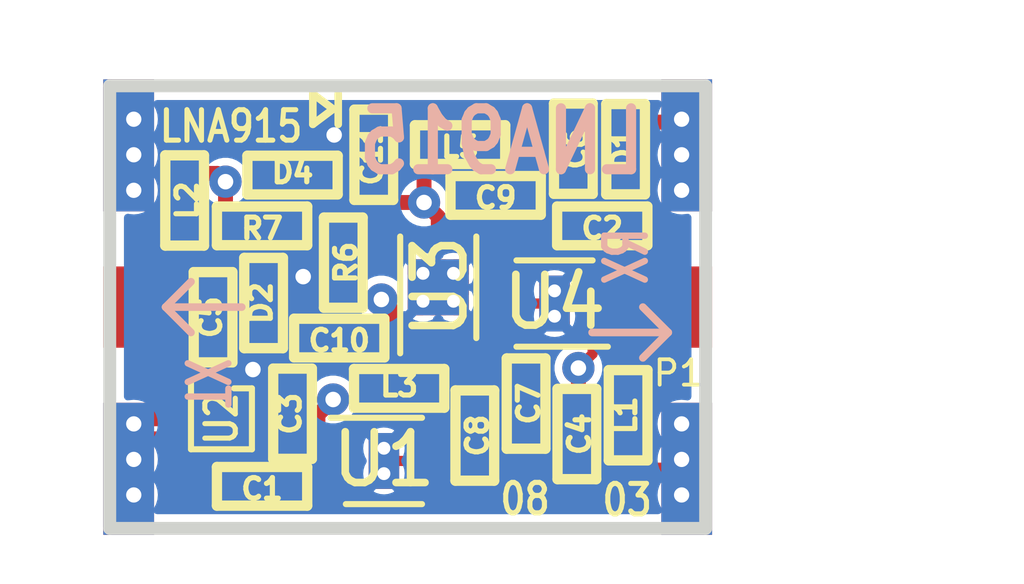
<source format=kicad_pcb>
(kicad_pcb (version 20171130) (host pcbnew 5.1.6)

  (general
    (thickness 0.8)
    (drawings 22)
    (tracks 132)
    (zones 0)
    (modules 25)
    (nets 18)
  )

  (page A4)
  (layers
    (0 F.Cu signal)
    (1 In1.Cu signal)
    (2 In2.Cu signal)
    (31 B.Cu signal)
    (32 B.Adhes user)
    (33 F.Adhes user)
    (34 B.Paste user)
    (35 F.Paste user)
    (36 B.SilkS user)
    (37 F.SilkS user)
    (38 B.Mask user)
    (39 F.Mask user)
    (40 Dwgs.User user)
    (41 Cmts.User user)
    (42 Eco1.User user)
    (43 Eco2.User user)
    (44 Edge.Cuts user)
    (45 Margin user)
    (46 B.CrtYd user)
    (47 F.CrtYd user)
    (48 B.Fab user)
    (49 F.Fab user)
  )

  (setup
    (last_trace_width 0.29337)
    (user_trace_width 0.2)
    (trace_clearance 0.127)
    (zone_clearance 0.1524)
    (zone_45_only yes)
    (trace_min 0.1524)
    (via_size 0.635)
    (via_drill 0.3048)
    (via_min_size 0.4572)
    (via_min_drill 0.254)
    (user_via 0.508 0.254)
    (uvia_size 0.508)
    (uvia_drill 0.127)
    (uvias_allowed no)
    (uvia_min_size 0.4572)
    (uvia_min_drill 0.127)
    (edge_width 0.1)
    (segment_width 0.2)
    (pcb_text_width 0.3)
    (pcb_text_size 1.5 1.5)
    (mod_edge_width 0.15)
    (mod_text_size 1 1)
    (mod_text_width 0.15)
    (pad_size 4.064 1.524)
    (pad_drill 0)
    (pad_to_mask_clearance 0.0508)
    (pad_to_paste_clearance_ratio -0.02)
    (aux_axis_origin 0 0)
    (visible_elements FFF9FFFF)
    (pcbplotparams
      (layerselection 0x010f8_ffffffff)
      (usegerberextensions true)
      (usegerberattributes false)
      (usegerberadvancedattributes false)
      (creategerberjobfile false)
      (excludeedgelayer true)
      (linewidth 0.150000)
      (plotframeref false)
      (viasonmask false)
      (mode 1)
      (useauxorigin false)
      (hpglpennumber 1)
      (hpglpenspeed 20)
      (hpglpendiameter 15.000000)
      (psnegative false)
      (psa4output false)
      (plotreference false)
      (plotvalue false)
      (plotinvisibletext false)
      (padsonsilk false)
      (subtractmaskfromsilk false)
      (outputformat 1)
      (mirror false)
      (drillshape 0)
      (scaleselection 1)
      (outputdirectory "gerbers"))
  )

  (net 0 "")
  (net 1 GND)
  (net 2 VCC)
  (net 3 "Net-(C1-Pad1)")
  (net 4 "Net-(C1-Pad2)")
  (net 5 "Net-(C2-Pad1)")
  (net 6 "Net-(C2-Pad2)")
  (net 7 "Net-(C5-Pad1)")
  (net 8 "Net-(C5-Pad2)")
  (net 9 "Net-(C7-Pad2)")
  (net 10 "Net-(C8-Pad1)")
  (net 11 "Net-(C8-Pad2)")
  (net 12 "Net-(C9-Pad1)")
  (net 13 "Net-(C10-Pad2)")
  (net 14 "Net-(R6-Pad2)")
  (net 15 "Net-(C7-Pad1)")
  (net 16 "Net-(C9-Pad2)")
  (net 17 "Net-(D4-Pad2)")

  (net_class Default "This is the default net class."
    (clearance 0.127)
    (trace_width 0.29337)
    (via_dia 0.635)
    (via_drill 0.3048)
    (uvia_dia 0.508)
    (uvia_drill 0.127)
    (diff_pair_width 0.2032)
    (diff_pair_gap 0.2032)
    (add_net GND)
    (add_net "Net-(C1-Pad1)")
    (add_net "Net-(C1-Pad2)")
    (add_net "Net-(C10-Pad2)")
    (add_net "Net-(C2-Pad1)")
    (add_net "Net-(C2-Pad2)")
    (add_net "Net-(C5-Pad1)")
    (add_net "Net-(C5-Pad2)")
    (add_net "Net-(C7-Pad1)")
    (add_net "Net-(C7-Pad2)")
    (add_net "Net-(C8-Pad1)")
    (add_net "Net-(C8-Pad2)")
    (add_net "Net-(C9-Pad1)")
    (add_net "Net-(C9-Pad2)")
    (add_net "Net-(D4-Pad2)")
    (add_net "Net-(R6-Pad2)")
    (add_net VCC)
  )

  (module gsg-modules:0402 (layer F.Cu) (tedit 5F26E02E) (tstamp 5F28A231)
    (at 134.13 96.88 90)
    (path /5F2886C8)
    (attr smd)
    (fp_text reference C6 (at 0 0.0508 90) (layer F.SilkS)
      (effects (font (size 0.4064 0.4064) (thickness 0.1016)))
    )
    (fp_text value "1 pF" (at 0 0.0508 90) (layer F.SilkS) hide
      (effects (font (size 0.4064 0.4064) (thickness 0.1016)))
    )
    (fp_line (start -0.889 -0.381) (end 0.889 -0.381) (layer F.SilkS) (width 0.2032))
    (fp_line (start -0.889 0.381) (end -0.889 -0.381) (layer F.SilkS) (width 0.2032))
    (fp_line (start 0.889 0.381) (end -0.889 0.381) (layer F.SilkS) (width 0.2032))
    (fp_line (start 0.889 -0.381) (end 0.889 0.381) (layer F.SilkS) (width 0.2032))
    (fp_line (start -0.94 -0.43) (end 0.94 -0.43) (layer F.CrtYd) (width 0.05))
    (fp_line (start 0.94 -0.43) (end 0.94 0.43) (layer F.CrtYd) (width 0.05))
    (fp_line (start 0.94 0.43) (end -0.94 0.43) (layer F.CrtYd) (width 0.05))
    (fp_line (start -0.94 0.43) (end -0.94 -0.43) (layer F.CrtYd) (width 0.05))
    (pad 1 smd rect (at -0.5334 0 90) (size 0.508 0.5588) (layers F.Cu F.Paste F.Mask)
      (net 5 "Net-(C2-Pad1)"))
    (pad 2 smd rect (at 0.5334 0 90) (size 0.508 0.5588) (layers F.Cu F.Paste F.Mask)
      (net 1 GND))
  )

  (module LNA915:SMA-KIT-1.5MF (layer F.Cu) (tedit 5F26EE20) (tstamp 5F278E99)
    (at 136.863 100 180)
    (path /5EF2AE41)
    (attr virtual)
    (fp_text reference P1 (at 0.663 -1.3) (layer F.SilkS)
      (effects (font (size 0.5 0.5) (thickness 0.075)))
    )
    (fp_text value SMA-KIT-1.5MF (at 0 5.2) (layer F.Fab)
      (effects (font (size 1 1) (thickness 0.15)))
    )
    (fp_text user %R (at 0.663 -1.3) (layer F.Fab)
      (effects (font (size 0.5 0.5) (thickness 0.075)))
    )
    (pad 4 smd rect (at 11.49 3.185) (size 1 2.6) (layers B.Cu B.Mask)
      (net 1 GND))
    (pad 4 thru_hole circle (at 11.39 3.7) (size 0.64 0.64) (drill 0.3) (layers *.Cu *.Mask)
      (net 1 GND))
    (pad 4 smd rect (at 11.49 -3.185) (size 1 2.6) (layers F.Cu F.Mask)
      (net 1 GND))
    (pad 4 thru_hole circle (at 11.39 -3) (size 0.64 0.64) (drill 0.3) (layers *.Cu *.Mask)
      (net 1 GND))
    (pad 4 thru_hole circle (at 11.39 2.3) (size 0.64 0.64) (drill 0.3) (layers *.Cu *.Mask)
      (net 1 GND))
    (pad 4 thru_hole circle (at 11.39 -2.3) (size 0.64 0.64) (drill 0.3) (layers *.Cu *.Mask)
      (net 1 GND))
    (pad 4 thru_hole circle (at 11.39 3) (size 0.64 0.64) (drill 0.3) (layers *.Cu *.Mask)
      (net 1 GND))
    (pad 4 smd rect (at 11.49 3.185) (size 1 2.6) (layers F.Cu F.Mask)
      (net 1 GND))
    (pad 3 smd rect (at 11.24 0) (size 1.5 1.6) (layers F.Cu F.Mask)
      (net 7 "Net-(C5-Pad1)"))
    (pad 4 smd rect (at 11.49 -3.185) (size 1 2.6) (layers B.Cu B.Mask)
      (net 1 GND))
    (pad 4 thru_hole circle (at 11.39 -3.7) (size 0.64 0.64) (drill 0.3) (layers *.Cu *.Mask)
      (net 1 GND))
    (pad 2 thru_hole circle (at 0.6 3.7 180) (size 0.64 0.64) (drill 0.3) (layers *.Cu *.Mask)
      (net 1 GND))
    (pad 2 thru_hole circle (at 0.6 3 180) (size 0.64 0.64) (drill 0.3) (layers *.Cu *.Mask)
      (net 1 GND))
    (pad 2 thru_hole circle (at 0.6 2.3 180) (size 0.64 0.64) (drill 0.3) (layers *.Cu *.Mask)
      (net 1 GND))
    (pad 2 thru_hole circle (at 0.6 -3.7 180) (size 0.64 0.64) (drill 0.3) (layers *.Cu *.Mask)
      (net 1 GND))
    (pad 2 thru_hole circle (at 0.6 -3 180) (size 0.64 0.64) (drill 0.3) (layers *.Cu *.Mask)
      (net 1 GND))
    (pad 2 thru_hole circle (at 0.6 -2.3 180) (size 0.64 0.64) (drill 0.3) (layers *.Cu *.Mask)
      (net 1 GND))
    (pad 1 smd rect (at 0.75 0 180) (size 1.5 1.6) (layers F.Cu F.Mask)
      (net 6 "Net-(C2-Pad2)"))
    (pad 2 smd rect (at 0.5 -3.185 180) (size 1 2.6) (layers F.Cu F.Mask)
      (net 1 GND))
    (pad 2 smd rect (at 0.5 3.185 180) (size 1 2.6) (layers B.Cu B.Mask)
      (net 1 GND))
    (pad 2 smd rect (at 0.5 -3.185 180) (size 1 2.6) (layers B.Cu B.Mask)
      (net 1 GND))
    (pad 2 smd rect (at 0.5 3.185 180) (size 1 2.6) (layers F.Cu F.Mask)
      (net 1 GND))
  )

  (module LNA915:GRF6011 (layer F.Cu) (tedit 5F279363) (tstamp 5F278692)
    (at 133.76 99.93 180)
    (path /5EF6E285)
    (attr smd)
    (fp_text reference U4 (at 0 0.03) (layer F.SilkS)
      (effects (font (size 1 1) (thickness 0.15)))
    )
    (fp_text value SWITCH (at 0 1.6) (layer F.Fab)
      (effects (font (size 1 1) (thickness 0.15)))
    )
    (fp_line (start -0.75 -0.35) (end -0.75 0.75) (layer F.Fab) (width 0.1))
    (fp_line (start -0.35 -0.75) (end 0.75 -0.75) (layer F.Fab) (width 0.1))
    (fp_line (start -0.75 -0.35) (end -0.35 -0.75) (layer F.Fab) (width 0.1))
    (fp_line (start 0.75 -0.85) (end -1.05 -0.85) (layer F.SilkS) (width 0.12))
    (fp_line (start 0.75 0.85) (end -0.75 0.85) (layer F.SilkS) (width 0.12))
    (fp_line (start 0.75 0.75) (end -0.75 0.75) (layer F.Fab) (width 0.1))
    (fp_line (start 0.75 -0.75) (end 0.75 0.75) (layer F.Fab) (width 0.1))
    (fp_line (start -1.1 -0.9) (end 1.1 -0.9) (layer F.CrtYd) (width 0.05))
    (fp_line (start 1.1 -0.9) (end 1.1 0.9) (layer F.CrtYd) (width 0.05))
    (fp_line (start 1.1 0.9) (end -1.1 0.9) (layer F.CrtYd) (width 0.05))
    (fp_line (start -1.1 0.9) (end -1.1 -0.9) (layer F.CrtYd) (width 0.05))
    (fp_text user %R (at 0 0) (layer F.Fab)
      (effects (font (size 0.5 0.3) (thickness 0.075)))
    )
    (pad 0 smd rect (at 0 0 180) (size 0.6 0.3) (layers F.Cu F.Paste)
      (net 1 GND))
    (pad 0 smd rect (at 0 0.45 180) (size 0.6 0.2) (layers F.Cu F.Paste)
      (net 1 GND))
    (pad 0 smd rect (at 0 -0.45 180) (size 0.6 0.2) (layers F.Cu F.Paste)
      (net 1 GND))
    (pad 0 smd rect (at 0 0 180) (size 0.6 1.1) (layers B.Cu)
      (net 1 GND))
    (pad 0 thru_hole circle (at 0 0.25 180) (size 0.508 0.508) (drill 0.254) (layers *.Cu *.Mask)
      (net 1 GND))
    (pad 0 thru_hole circle (at 0 -0.25 180) (size 0.508 0.508) (drill 0.254) (layers *.Cu *.Mask)
      (net 1 GND))
    (pad 0 smd rect (at 0 0 180) (size 0.6 1.1) (layers F.Cu F.Mask)
      (net 1 GND))
    (pad 6 smd rect (at 0.75 -0.5 180) (size 0.4 0.2) (layers F.Cu F.Paste F.Mask)
      (net 9 "Net-(C7-Pad2)"))
    (pad 5 smd rect (at 0.75 0 180) (size 0.4 0.2) (layers F.Cu F.Paste F.Mask)
      (net 1 GND))
    (pad 4 smd rect (at 0.75 0.5 180) (size 0.4 0.2) (layers F.Cu F.Paste F.Mask)
      (net 16 "Net-(C9-Pad2)"))
    (pad 3 smd rect (at -0.75 0.5 180) (size 0.4 0.2) (layers F.Cu F.Paste F.Mask)
      (net 5 "Net-(C2-Pad1)"))
    (pad 2 smd rect (at -0.75 0 180) (size 0.4 0.2) (layers F.Cu F.Paste F.Mask)
      (net 2 VCC))
    (pad 1 smd rect (at -0.75 -0.5 180) (size 0.4 0.2) (layers F.Cu F.Paste F.Mask)
      (net 2 VCC))
  )

  (module LNA915:TSLP-7-1 (layer F.Cu) (tedit 5F26DB3A) (tstamp 5F2788A4)
    (at 131.47 99.61)
    (path /52F68792)
    (attr smd)
    (fp_text reference U3 (at 0.03 -0.01 90) (layer F.SilkS)
      (effects (font (size 1 1) (thickness 0.15)))
    )
    (fp_text value LNA (at 0 2) (layer F.Fab)
      (effects (font (size 1 1) (thickness 0.15)))
    )
    (fp_line (start -0.35 1) (end -0.65 0.7) (layer F.Fab) (width 0.1))
    (fp_line (start -0.8 1.25) (end -0.8 -1.25) (layer F.CrtYd) (width 0.05))
    (fp_line (start 0.8 1.25) (end -0.8 1.25) (layer F.CrtYd) (width 0.05))
    (fp_line (start 0.8 -1.25) (end 0.8 1.25) (layer F.CrtYd) (width 0.05))
    (fp_line (start -0.8 -1.25) (end 0.8 -1.25) (layer F.CrtYd) (width 0.05))
    (fp_line (start -0.65 0.7) (end -0.65 -1) (layer F.Fab) (width 0.1))
    (fp_line (start 0.65 1) (end -0.35 1) (layer F.Fab) (width 0.1))
    (fp_line (start 0.65 -1) (end 0.65 1) (layer F.Fab) (width 0.1))
    (fp_line (start -0.65 -1) (end 0.65 -1) (layer F.Fab) (width 0.1))
    (fp_line (start 0.75 -1) (end 0.75 1) (layer F.SilkS) (width 0.12))
    (fp_line (start -0.75 -1) (end -0.75 1.3) (layer F.SilkS) (width 0.12))
    (fp_text user %R (at 0 0 90) (layer F.Fab)
      (effects (font (size 0.5 0.5) (thickness 0.075)))
    )
    (pad 7 smd rect (at 0.45 0.4) (size 0.3 0.3) (layers F.Cu F.Paste)
      (net 1 GND))
    (pad 7 smd rect (at 0 0.4) (size 0.3 0.3) (layers F.Cu F.Paste)
      (net 1 GND))
    (pad 7 smd rect (at -0.45 0.4) (size 0.3 0.3) (layers F.Cu F.Paste)
      (net 1 GND))
    (pad 7 smd rect (at -0.45 0) (size 0.3 0.3) (layers F.Cu F.Paste)
      (net 1 GND))
    (pad 7 smd rect (at -0.45 -0.4) (size 0.3 0.3) (layers F.Cu F.Paste)
      (net 1 GND))
    (pad 7 smd rect (at 0 -0.4) (size 0.3 0.3) (layers F.Cu F.Paste)
      (net 1 GND))
    (pad 7 smd rect (at 0.45 -0.4) (size 0.3 0.3) (layers F.Cu F.Paste)
      (net 1 GND))
    (pad 7 smd rect (at 0.45 0) (size 0.3 0.3) (layers F.Cu F.Paste)
      (net 1 GND))
    (pad 7 thru_hole circle (at -0.3 -0.275) (size 0.5 0.5) (drill 0.254) (layers *.Cu *.Mask)
      (net 1 GND))
    (pad 7 thru_hole circle (at -0.3 0.275) (size 0.5 0.5) (drill 0.254) (layers *.Cu *.Mask)
      (net 1 GND))
    (pad 7 thru_hole circle (at 0.3 0.275) (size 0.5 0.5) (drill 0.254) (layers *.Cu *.Mask)
      (net 1 GND))
    (pad 7 thru_hole circle (at 0.3 -0.275) (size 0.5 0.5) (drill 0.254) (layers *.Cu *.Mask)
      (net 1 GND))
    (pad 7 smd rect (at 0 0) (size 1.2 1.1) (layers F.Cu F.Mask)
      (net 1 GND))
    (pad 7 smd rect (at 0 0) (size 0.3 0.3) (layers F.Cu F.Paste)
      (net 1 GND))
    (pad 6 smd rect (at -0.5 -0.925) (size 0.3 0.35) (layers F.Cu F.Paste F.Mask)
      (net 14 "Net-(R6-Pad2)"))
    (pad 5 smd rect (at 0 -0.925) (size 0.3 0.35) (layers F.Cu F.Paste F.Mask)
      (net 2 VCC))
    (pad 4 smd rect (at 0.5 -0.925) (size 0.3 0.35) (layers F.Cu F.Paste F.Mask)
      (net 12 "Net-(C9-Pad1)"))
    (pad 3 smd rect (at 0.5 0.925) (size 0.3 0.35) (layers F.Cu F.Paste F.Mask)
      (net 11 "Net-(C8-Pad2)"))
    (pad 2 smd rect (at 0 0.925) (size 0.3 0.35) (layers F.Cu F.Paste F.Mask)
      (net 13 "Net-(C10-Pad2)"))
    (pad 1 smd rect (at -0.5 0.925) (size 0.3 0.35) (layers F.Cu F.Paste F.Mask)
      (net 2 VCC) (die_length 3.40614))
    (pad 7 smd rect (at 0 0) (size 1.2 1.1) (layers B.Cu)
      (net 1 GND))
  )

  (module LNA915:F5Q (layer F.Cu) (tedit 5F26F223) (tstamp 5F278651)
    (at 127.2 102.2 270)
    (path /52F44412)
    (fp_text reference U2 (at 0 0 90) (layer F.SilkS)
      (effects (font (size 0.6 0.5) (thickness 0.1)))
    )
    (fp_text value SAW (at 0 1.35 90) (layer F.Fab)
      (effects (font (size 1 1) (thickness 0.15)))
    )
    (fp_line (start -0.85 -0.7) (end 0.7 -0.7) (layer F.CrtYd) (width 0.05))
    (fp_line (start -0.85 0.7) (end -0.85 -0.7) (layer F.CrtYd) (width 0.05))
    (fp_line (start 0.7 0.7) (end -0.85 0.7) (layer F.CrtYd) (width 0.05))
    (fp_line (start 0.7 -0.7) (end 0.7 0.7) (layer F.CrtYd) (width 0.05))
    (fp_line (start -0.55 0.45) (end -0.55 -0.45) (layer F.Fab) (width 0.1))
    (fp_line (start 0.55 0.45) (end -0.55 0.45) (layer F.Fab) (width 0.1))
    (fp_line (start 0.55 -0.45) (end 0.55 0.45) (layer F.Fab) (width 0.1))
    (fp_line (start -0.55 -0.45) (end 0.55 -0.45) (layer F.Fab) (width 0.1))
    (fp_line (start -0.6 -0.6) (end 0.6 -0.6) (layer F.SilkS) (width 0.12))
    (fp_line (start 0.6 -0.6) (end 0.6 0.6) (layer F.SilkS) (width 0.12))
    (fp_line (start 0.6 0.6) (end -0.7508 0.6) (layer F.SilkS) (width 0.12))
    (fp_line (start -0.6 -0.6) (end -0.6 -0.25) (layer F.SilkS) (width 0.12))
    (fp_text user %R (at 0 0 90) (layer F.Fab)
      (effects (font (size 0.5 0.3) (thickness 0.075)))
    )
    (pad 1 smd rect (at -0.495 0 270) (size 0.4 0.25) (layers F.Cu F.Paste F.Mask)
      (net 8 "Net-(C5-Pad2)") (die_length 3.40614))
    (pad 3 smd rect (at 0.395 0.325 270) (size 0.25 0.4) (layers F.Cu F.Paste F.Mask)
      (net 1 GND) (die_length -1518.485687))
    (pad 4 smd rect (at 0.395 -0.325 270) (size 0.25 0.4) (layers F.Cu F.Paste F.Mask)
      (net 3 "Net-(C1-Pad1)") (die_length -1518.485687))
    (pad 2 smd rect (at 0 0.325 270) (size 0.25 0.4) (layers F.Cu F.Paste F.Mask)
      (net 1 GND) (die_length 3.40614))
    (pad 5 smd rect (at 0 -0.325 270) (size 0.25 0.4) (layers F.Cu F.Paste F.Mask)
      (net 1 GND))
  )

  (module LNA915:GRF6011 (layer F.Cu) (tedit 5F279363) (tstamp 5F277FC8)
    (at 130.4 103.03)
    (path /5EF1EE32)
    (attr smd)
    (fp_text reference U1 (at 0 -0.03) (layer F.SilkS)
      (effects (font (size 1 1) (thickness 0.15)))
    )
    (fp_text value SWITCH (at 0 1.6) (layer F.Fab)
      (effects (font (size 1 1) (thickness 0.15)))
    )
    (fp_line (start -0.75 -0.35) (end -0.75 0.75) (layer F.Fab) (width 0.1))
    (fp_line (start -0.35 -0.75) (end 0.75 -0.75) (layer F.Fab) (width 0.1))
    (fp_line (start -0.75 -0.35) (end -0.35 -0.75) (layer F.Fab) (width 0.1))
    (fp_line (start 0.75 -0.85) (end -1.05 -0.85) (layer F.SilkS) (width 0.12))
    (fp_line (start 0.75 0.85) (end -0.75 0.85) (layer F.SilkS) (width 0.12))
    (fp_line (start 0.75 0.75) (end -0.75 0.75) (layer F.Fab) (width 0.1))
    (fp_line (start 0.75 -0.75) (end 0.75 0.75) (layer F.Fab) (width 0.1))
    (fp_line (start -1.1 -0.9) (end 1.1 -0.9) (layer F.CrtYd) (width 0.05))
    (fp_line (start 1.1 -0.9) (end 1.1 0.9) (layer F.CrtYd) (width 0.05))
    (fp_line (start 1.1 0.9) (end -1.1 0.9) (layer F.CrtYd) (width 0.05))
    (fp_line (start -1.1 0.9) (end -1.1 -0.9) (layer F.CrtYd) (width 0.05))
    (fp_text user %R (at 0 0) (layer F.Fab)
      (effects (font (size 0.5 0.3) (thickness 0.075)))
    )
    (pad 0 smd rect (at 0 0) (size 0.6 0.3) (layers F.Cu F.Paste)
      (net 1 GND))
    (pad 0 smd rect (at 0 0.45) (size 0.6 0.2) (layers F.Cu F.Paste)
      (net 1 GND))
    (pad 0 smd rect (at 0 -0.45) (size 0.6 0.2) (layers F.Cu F.Paste)
      (net 1 GND))
    (pad 0 smd rect (at 0 0) (size 0.6 1.1) (layers B.Cu)
      (net 1 GND))
    (pad 0 thru_hole circle (at 0 0.25) (size 0.508 0.508) (drill 0.254) (layers *.Cu *.Mask)
      (net 1 GND))
    (pad 0 thru_hole circle (at 0 -0.25) (size 0.508 0.508) (drill 0.254) (layers *.Cu *.Mask)
      (net 1 GND))
    (pad 0 smd rect (at 0 0) (size 0.6 1.1) (layers F.Cu F.Mask)
      (net 1 GND))
    (pad 6 smd rect (at 0.75 -0.5) (size 0.4 0.2) (layers F.Cu F.Paste F.Mask)
      (net 15 "Net-(C7-Pad1)"))
    (pad 5 smd rect (at 0.75 0) (size 0.4 0.2) (layers F.Cu F.Paste F.Mask)
      (net 1 GND))
    (pad 4 smd rect (at 0.75 0.5) (size 0.4 0.2) (layers F.Cu F.Paste F.Mask)
      (net 10 "Net-(C8-Pad1)"))
    (pad 3 smd rect (at -0.75 0.5) (size 0.4 0.2) (layers F.Cu F.Paste F.Mask)
      (net 4 "Net-(C1-Pad2)"))
    (pad 2 smd rect (at -0.75 0) (size 0.4 0.2) (layers F.Cu F.Paste F.Mask)
      (net 2 VCC))
    (pad 1 smd rect (at -0.75 -0.5) (size 0.4 0.2) (layers F.Cu F.Paste F.Mask)
      (net 2 VCC))
  )

  (module gsg-modules:0402 (layer F.Cu) (tedit 5F26E02E) (tstamp 5EF09A23)
    (at 128 98.4)
    (path /52F68CBB)
    (attr smd)
    (fp_text reference R7 (at 0 0.0508) (layer F.SilkS)
      (effects (font (size 0.4064 0.4064) (thickness 0.1016)))
    )
    (fp_text value 470 (at 0 0.0508) (layer F.SilkS) hide
      (effects (font (size 0.4064 0.4064) (thickness 0.1016)))
    )
    (fp_line (start -0.94 0.43) (end -0.94 -0.43) (layer F.CrtYd) (width 0.05))
    (fp_line (start 0.94 0.43) (end -0.94 0.43) (layer F.CrtYd) (width 0.05))
    (fp_line (start 0.94 -0.43) (end 0.94 0.43) (layer F.CrtYd) (width 0.05))
    (fp_line (start -0.94 -0.43) (end 0.94 -0.43) (layer F.CrtYd) (width 0.05))
    (fp_line (start 0.889 -0.381) (end 0.889 0.381) (layer F.SilkS) (width 0.2032))
    (fp_line (start 0.889 0.381) (end -0.889 0.381) (layer F.SilkS) (width 0.2032))
    (fp_line (start -0.889 0.381) (end -0.889 -0.381) (layer F.SilkS) (width 0.2032))
    (fp_line (start -0.889 -0.381) (end 0.889 -0.381) (layer F.SilkS) (width 0.2032))
    (pad 1 smd rect (at -0.5334 0) (size 0.508 0.5588) (layers F.Cu F.Paste F.Mask)
      (net 2 VCC))
    (pad 2 smd rect (at 0.5334 0) (size 0.508 0.5588) (layers F.Cu F.Paste F.Mask)
      (net 17 "Net-(D4-Pad2)"))
  )

  (module gsg-modules:0402 (layer F.Cu) (tedit 5F26E02E) (tstamp 5EF0949D)
    (at 129.6 99.125 90)
    (path /52F68800)
    (attr smd)
    (fp_text reference R6 (at 0 0.0508 90) (layer F.SilkS)
      (effects (font (size 0.4064 0.4064) (thickness 0.1016)))
    )
    (fp_text value 3k (at 0 0.0508 90) (layer F.SilkS) hide
      (effects (font (size 0.4064 0.4064) (thickness 0.1016)))
    )
    (fp_line (start -0.94 0.43) (end -0.94 -0.43) (layer F.CrtYd) (width 0.05))
    (fp_line (start 0.94 0.43) (end -0.94 0.43) (layer F.CrtYd) (width 0.05))
    (fp_line (start 0.94 -0.43) (end 0.94 0.43) (layer F.CrtYd) (width 0.05))
    (fp_line (start -0.94 -0.43) (end 0.94 -0.43) (layer F.CrtYd) (width 0.05))
    (fp_line (start 0.889 -0.381) (end 0.889 0.381) (layer F.SilkS) (width 0.2032))
    (fp_line (start 0.889 0.381) (end -0.889 0.381) (layer F.SilkS) (width 0.2032))
    (fp_line (start -0.889 0.381) (end -0.889 -0.381) (layer F.SilkS) (width 0.2032))
    (fp_line (start -0.889 -0.381) (end 0.889 -0.381) (layer F.SilkS) (width 0.2032))
    (pad 1 smd rect (at -0.5334 0 90) (size 0.508 0.5588) (layers F.Cu F.Paste F.Mask)
      (net 2 VCC))
    (pad 2 smd rect (at 0.5334 0 90) (size 0.508 0.5588) (layers F.Cu F.Paste F.Mask)
      (net 14 "Net-(R6-Pad2)"))
  )

  (module gsg-modules:0402 (layer F.Cu) (tedit 5F26E02E) (tstamp 5F282B4A)
    (at 131.9 96.8)
    (path /52F688CD)
    (attr smd)
    (fp_text reference L5 (at 0 0.0508) (layer F.SilkS)
      (effects (font (size 0.4064 0.4064) (thickness 0.1016)))
    )
    (fp_text value 39nH (at 0 0.0508) (layer F.SilkS) hide
      (effects (font (size 0.4064 0.4064) (thickness 0.1016)))
    )
    (fp_line (start -0.94 0.43) (end -0.94 -0.43) (layer F.CrtYd) (width 0.05))
    (fp_line (start 0.94 0.43) (end -0.94 0.43) (layer F.CrtYd) (width 0.05))
    (fp_line (start 0.94 -0.43) (end 0.94 0.43) (layer F.CrtYd) (width 0.05))
    (fp_line (start -0.94 -0.43) (end 0.94 -0.43) (layer F.CrtYd) (width 0.05))
    (fp_line (start 0.889 -0.381) (end 0.889 0.381) (layer F.SilkS) (width 0.2032))
    (fp_line (start 0.889 0.381) (end -0.889 0.381) (layer F.SilkS) (width 0.2032))
    (fp_line (start -0.889 0.381) (end -0.889 -0.381) (layer F.SilkS) (width 0.2032))
    (fp_line (start -0.889 -0.381) (end 0.889 -0.381) (layer F.SilkS) (width 0.2032))
    (pad 1 smd rect (at -0.5334 0) (size 0.508 0.5588) (layers F.Cu F.Paste F.Mask)
      (net 2 VCC))
    (pad 2 smd rect (at 0.5334 0) (size 0.508 0.5588) (layers F.Cu F.Paste F.Mask)
      (net 12 "Net-(C9-Pad1)"))
  )

  (module gsg-modules:0402 (layer F.Cu) (tedit 5F26E02E) (tstamp 5F273959)
    (at 130.7 101.6 180)
    (path /52F68C24)
    (attr smd)
    (fp_text reference L3 (at 0 0.0508) (layer F.SilkS)
      (effects (font (size 0.4064 0.4064) (thickness 0.1016)))
    )
    (fp_text value 39nH (at 0 0.0508) (layer F.SilkS) hide
      (effects (font (size 0.4064 0.4064) (thickness 0.1016)))
    )
    (fp_line (start -0.94 0.43) (end -0.94 -0.43) (layer F.CrtYd) (width 0.05))
    (fp_line (start 0.94 0.43) (end -0.94 0.43) (layer F.CrtYd) (width 0.05))
    (fp_line (start 0.94 -0.43) (end 0.94 0.43) (layer F.CrtYd) (width 0.05))
    (fp_line (start -0.94 -0.43) (end 0.94 -0.43) (layer F.CrtYd) (width 0.05))
    (fp_line (start 0.889 -0.381) (end 0.889 0.381) (layer F.SilkS) (width 0.2032))
    (fp_line (start 0.889 0.381) (end -0.889 0.381) (layer F.SilkS) (width 0.2032))
    (fp_line (start -0.889 0.381) (end -0.889 -0.381) (layer F.SilkS) (width 0.2032))
    (fp_line (start -0.889 -0.381) (end 0.889 -0.381) (layer F.SilkS) (width 0.2032))
    (pad 1 smd rect (at -0.5334 0 180) (size 0.508 0.5588) (layers F.Cu F.Paste F.Mask)
      (net 11 "Net-(C8-Pad2)"))
    (pad 2 smd rect (at 0.5334 0 180) (size 0.508 0.5588) (layers F.Cu F.Paste F.Mask)
      (net 13 "Net-(C10-Pad2)"))
  )

  (module gsg-modules:0402 (layer F.Cu) (tedit 5F26E02E) (tstamp 5EF08061)
    (at 126.475 97.9 90)
    (path /5F219001)
    (attr smd)
    (fp_text reference L2 (at 0 0.0508 90) (layer F.SilkS)
      (effects (font (size 0.4064 0.4064) (thickness 0.1016)))
    )
    (fp_text value 39nH (at 0 0.0508 90) (layer F.SilkS) hide
      (effects (font (size 0.4064 0.4064) (thickness 0.1016)))
    )
    (fp_line (start -0.94 0.43) (end -0.94 -0.43) (layer F.CrtYd) (width 0.05))
    (fp_line (start 0.94 0.43) (end -0.94 0.43) (layer F.CrtYd) (width 0.05))
    (fp_line (start 0.94 -0.43) (end 0.94 0.43) (layer F.CrtYd) (width 0.05))
    (fp_line (start -0.94 -0.43) (end 0.94 -0.43) (layer F.CrtYd) (width 0.05))
    (fp_line (start 0.889 -0.381) (end 0.889 0.381) (layer F.SilkS) (width 0.2032))
    (fp_line (start 0.889 0.381) (end -0.889 0.381) (layer F.SilkS) (width 0.2032))
    (fp_line (start -0.889 0.381) (end -0.889 -0.381) (layer F.SilkS) (width 0.2032))
    (fp_line (start -0.889 -0.381) (end 0.889 -0.381) (layer F.SilkS) (width 0.2032))
    (pad 1 smd rect (at -0.5334 0 90) (size 0.508 0.5588) (layers F.Cu F.Paste F.Mask)
      (net 7 "Net-(C5-Pad1)"))
    (pad 2 smd rect (at 0.5334 0 90) (size 0.508 0.5588) (layers F.Cu F.Paste F.Mask)
      (net 2 VCC))
  )

  (module gsg-modules:0402 (layer F.Cu) (tedit 5F26E02E) (tstamp 5F282AE1)
    (at 135.21 102.13 270)
    (path /52F68C64)
    (attr smd)
    (fp_text reference L1 (at 0 0.0508 90) (layer F.SilkS)
      (effects (font (size 0.4064 0.4064) (thickness 0.1016)))
    )
    (fp_text value 39nH (at 0 0.0508 90) (layer F.SilkS) hide
      (effects (font (size 0.4064 0.4064) (thickness 0.1016)))
    )
    (fp_line (start -0.94 0.43) (end -0.94 -0.43) (layer F.CrtYd) (width 0.05))
    (fp_line (start 0.94 0.43) (end -0.94 0.43) (layer F.CrtYd) (width 0.05))
    (fp_line (start 0.94 -0.43) (end 0.94 0.43) (layer F.CrtYd) (width 0.05))
    (fp_line (start -0.94 -0.43) (end 0.94 -0.43) (layer F.CrtYd) (width 0.05))
    (fp_line (start 0.889 -0.381) (end 0.889 0.381) (layer F.SilkS) (width 0.2032))
    (fp_line (start 0.889 0.381) (end -0.889 0.381) (layer F.SilkS) (width 0.2032))
    (fp_line (start -0.889 0.381) (end -0.889 -0.381) (layer F.SilkS) (width 0.2032))
    (fp_line (start -0.889 -0.381) (end 0.889 -0.381) (layer F.SilkS) (width 0.2032))
    (pad 1 smd rect (at -0.5334 0 270) (size 0.508 0.5588) (layers F.Cu F.Paste F.Mask)
      (net 6 "Net-(C2-Pad2)"))
    (pad 2 smd rect (at 0.5334 0 270) (size 0.508 0.5588) (layers F.Cu F.Paste F.Mask)
      (net 2 VCC))
  )

  (module gsg-modules:0402 (layer F.Cu) (tedit 5F26E02E) (tstamp 52F6BFEC)
    (at 128.6 97.4 180)
    (path /52F51772)
    (attr smd)
    (fp_text reference D4 (at 0 0.0508) (layer F.SilkS)
      (effects (font (size 0.4064 0.4064) (thickness 0.1016)))
    )
    (fp_text value LNALED (at 0 0.0508) (layer F.SilkS) hide
      (effects (font (size 0.4064 0.4064) (thickness 0.1016)))
    )
    (fp_line (start -0.94 0.43) (end -0.94 -0.43) (layer F.CrtYd) (width 0.05))
    (fp_line (start 0.94 0.43) (end -0.94 0.43) (layer F.CrtYd) (width 0.05))
    (fp_line (start 0.94 -0.43) (end 0.94 0.43) (layer F.CrtYd) (width 0.05))
    (fp_line (start -0.94 -0.43) (end 0.94 -0.43) (layer F.CrtYd) (width 0.05))
    (fp_line (start 0.889 -0.381) (end 0.889 0.381) (layer F.SilkS) (width 0.2032))
    (fp_line (start 0.889 0.381) (end -0.889 0.381) (layer F.SilkS) (width 0.2032))
    (fp_line (start -0.889 0.381) (end -0.889 -0.381) (layer F.SilkS) (width 0.2032))
    (fp_line (start -0.889 -0.381) (end 0.889 -0.381) (layer F.SilkS) (width 0.2032))
    (pad 1 smd rect (at -0.5334 0 180) (size 0.508 0.5588) (layers F.Cu F.Paste F.Mask)
      (net 1 GND))
    (pad 2 smd rect (at 0.5334 0 180) (size 0.508 0.5588) (layers F.Cu F.Paste F.Mask)
      (net 17 "Net-(D4-Pad2)"))
  )

  (module gsg-modules:0402 (layer F.Cu) (tedit 5F26E02E) (tstamp 5EF02082)
    (at 128.03 99.92 270)
    (path /52F69FCE)
    (attr smd)
    (fp_text reference D2 (at 0 0.0508 90) (layer F.SilkS)
      (effects (font (size 0.4064 0.4064) (thickness 0.1016)))
    )
    (fp_text value D_TVS (at 0 0.0508 90) (layer F.SilkS) hide
      (effects (font (size 0.4064 0.4064) (thickness 0.1016)))
    )
    (fp_line (start -0.94 0.43) (end -0.94 -0.43) (layer F.CrtYd) (width 0.05))
    (fp_line (start 0.94 0.43) (end -0.94 0.43) (layer F.CrtYd) (width 0.05))
    (fp_line (start 0.94 -0.43) (end 0.94 0.43) (layer F.CrtYd) (width 0.05))
    (fp_line (start -0.94 -0.43) (end 0.94 -0.43) (layer F.CrtYd) (width 0.05))
    (fp_line (start 0.889 -0.381) (end 0.889 0.381) (layer F.SilkS) (width 0.2032))
    (fp_line (start 0.889 0.381) (end -0.889 0.381) (layer F.SilkS) (width 0.2032))
    (fp_line (start -0.889 0.381) (end -0.889 -0.381) (layer F.SilkS) (width 0.2032))
    (fp_line (start -0.889 -0.381) (end 0.889 -0.381) (layer F.SilkS) (width 0.2032))
    (pad 1 smd rect (at -0.5334 0 270) (size 0.508 0.5588) (layers F.Cu F.Paste F.Mask)
      (net 1 GND))
    (pad 2 smd rect (at 0.5334 0 270) (size 0.508 0.5588) (layers F.Cu F.Paste F.Mask)
      (net 8 "Net-(C5-Pad2)"))
  )

  (module gsg-modules:0402 (layer F.Cu) (tedit 5F26E02E) (tstamp 5F26AD58)
    (at 135.16 96.89 270)
    (path /52F44107)
    (attr smd)
    (fp_text reference D1 (at 0 0.0508 90) (layer F.SilkS)
      (effects (font (size 0.4064 0.4064) (thickness 0.1016)))
    )
    (fp_text value D_TVS (at 0 0.0508 90) (layer F.SilkS) hide
      (effects (font (size 0.4064 0.4064) (thickness 0.1016)))
    )
    (fp_line (start -0.94 0.43) (end -0.94 -0.43) (layer F.CrtYd) (width 0.05))
    (fp_line (start 0.94 0.43) (end -0.94 0.43) (layer F.CrtYd) (width 0.05))
    (fp_line (start 0.94 -0.43) (end 0.94 0.43) (layer F.CrtYd) (width 0.05))
    (fp_line (start -0.94 -0.43) (end 0.94 -0.43) (layer F.CrtYd) (width 0.05))
    (fp_line (start 0.889 -0.381) (end 0.889 0.381) (layer F.SilkS) (width 0.2032))
    (fp_line (start 0.889 0.381) (end -0.889 0.381) (layer F.SilkS) (width 0.2032))
    (fp_line (start -0.889 0.381) (end -0.889 -0.381) (layer F.SilkS) (width 0.2032))
    (fp_line (start -0.889 -0.381) (end 0.889 -0.381) (layer F.SilkS) (width 0.2032))
    (pad 1 smd rect (at -0.5334 0 270) (size 0.508 0.5588) (layers F.Cu F.Paste F.Mask)
      (net 1 GND))
    (pad 2 smd rect (at 0.5334 0 270) (size 0.508 0.5588) (layers F.Cu F.Paste F.Mask)
      (net 6 "Net-(C2-Pad2)"))
  )

  (module gsg-modules:0402 (layer F.Cu) (tedit 5F26E02E) (tstamp 5EF09436)
    (at 130.2 97 270)
    (path /52F69F2A)
    (attr smd)
    (fp_text reference C11 (at 0 0.0508 90) (layer F.SilkS)
      (effects (font (size 0.4064 0.4064) (thickness 0.1016)))
    )
    (fp_text value 1uF (at 0 0.0508 90) (layer F.SilkS) hide
      (effects (font (size 0.4064 0.4064) (thickness 0.1016)))
    )
    (fp_line (start -0.94 0.43) (end -0.94 -0.43) (layer F.CrtYd) (width 0.05))
    (fp_line (start 0.94 0.43) (end -0.94 0.43) (layer F.CrtYd) (width 0.05))
    (fp_line (start 0.94 -0.43) (end 0.94 0.43) (layer F.CrtYd) (width 0.05))
    (fp_line (start -0.94 -0.43) (end 0.94 -0.43) (layer F.CrtYd) (width 0.05))
    (fp_line (start 0.889 -0.381) (end 0.889 0.381) (layer F.SilkS) (width 0.2032))
    (fp_line (start 0.889 0.381) (end -0.889 0.381) (layer F.SilkS) (width 0.2032))
    (fp_line (start -0.889 0.381) (end -0.889 -0.381) (layer F.SilkS) (width 0.2032))
    (fp_line (start -0.889 -0.381) (end 0.889 -0.381) (layer F.SilkS) (width 0.2032))
    (pad 1 smd rect (at -0.5334 0 270) (size 0.508 0.5588) (layers F.Cu F.Paste F.Mask)
      (net 1 GND))
    (pad 2 smd rect (at 0.5334 0 270) (size 0.508 0.5588) (layers F.Cu F.Paste F.Mask)
      (net 2 VCC))
  )

  (module gsg-modules:0402 (layer F.Cu) (tedit 5F26E02E) (tstamp 5EF08940)
    (at 129.52 100.61)
    (path /52F68A00)
    (attr smd)
    (fp_text reference C10 (at 0 0.0508) (layer F.SilkS)
      (effects (font (size 0.4064 0.4064) (thickness 0.1016)))
    )
    (fp_text value 1uF (at 0 0.0508) (layer F.SilkS) hide
      (effects (font (size 0.4064 0.4064) (thickness 0.1016)))
    )
    (fp_line (start -0.94 0.43) (end -0.94 -0.43) (layer F.CrtYd) (width 0.05))
    (fp_line (start 0.94 0.43) (end -0.94 0.43) (layer F.CrtYd) (width 0.05))
    (fp_line (start 0.94 -0.43) (end 0.94 0.43) (layer F.CrtYd) (width 0.05))
    (fp_line (start -0.94 -0.43) (end 0.94 -0.43) (layer F.CrtYd) (width 0.05))
    (fp_line (start 0.889 -0.381) (end 0.889 0.381) (layer F.SilkS) (width 0.2032))
    (fp_line (start 0.889 0.381) (end -0.889 0.381) (layer F.SilkS) (width 0.2032))
    (fp_line (start -0.889 0.381) (end -0.889 -0.381) (layer F.SilkS) (width 0.2032))
    (fp_line (start -0.889 -0.381) (end 0.889 -0.381) (layer F.SilkS) (width 0.2032))
    (pad 1 smd rect (at -0.5334 0) (size 0.508 0.5588) (layers F.Cu F.Paste F.Mask)
      (net 1 GND))
    (pad 2 smd rect (at 0.5334 0) (size 0.508 0.5588) (layers F.Cu F.Paste F.Mask)
      (net 13 "Net-(C10-Pad2)"))
  )

  (module gsg-modules:0402 (layer F.Cu) (tedit 5F26E02E) (tstamp 5EF090B0)
    (at 132.6 97.8)
    (path /52F69EBA)
    (attr smd)
    (fp_text reference C9 (at 0 0.0508) (layer F.SilkS)
      (effects (font (size 0.4064 0.4064) (thickness 0.1016)))
    )
    (fp_text value 100pF (at 0 0.0508) (layer F.SilkS) hide
      (effects (font (size 0.4064 0.4064) (thickness 0.1016)))
    )
    (fp_line (start -0.94 0.43) (end -0.94 -0.43) (layer F.CrtYd) (width 0.05))
    (fp_line (start 0.94 0.43) (end -0.94 0.43) (layer F.CrtYd) (width 0.05))
    (fp_line (start 0.94 -0.43) (end 0.94 0.43) (layer F.CrtYd) (width 0.05))
    (fp_line (start -0.94 -0.43) (end 0.94 -0.43) (layer F.CrtYd) (width 0.05))
    (fp_line (start 0.889 -0.381) (end 0.889 0.381) (layer F.SilkS) (width 0.2032))
    (fp_line (start 0.889 0.381) (end -0.889 0.381) (layer F.SilkS) (width 0.2032))
    (fp_line (start -0.889 0.381) (end -0.889 -0.381) (layer F.SilkS) (width 0.2032))
    (fp_line (start -0.889 -0.381) (end 0.889 -0.381) (layer F.SilkS) (width 0.2032))
    (pad 1 smd rect (at -0.5334 0) (size 0.508 0.5588) (layers F.Cu F.Paste F.Mask)
      (net 12 "Net-(C9-Pad1)"))
    (pad 2 smd rect (at 0.5334 0) (size 0.508 0.5588) (layers F.Cu F.Paste F.Mask)
      (net 16 "Net-(C9-Pad2)"))
  )

  (module gsg-modules:0402 (layer F.Cu) (tedit 5F26E02E) (tstamp 5F26B936)
    (at 132.19 102.53 90)
    (path /52F69EB1)
    (attr smd)
    (fp_text reference C8 (at 0 0.0508 90) (layer F.SilkS)
      (effects (font (size 0.4064 0.4064) (thickness 0.1016)))
    )
    (fp_text value 100pF (at 0 0.0508 90) (layer F.SilkS) hide
      (effects (font (size 0.4064 0.4064) (thickness 0.1016)))
    )
    (fp_line (start -0.94 0.43) (end -0.94 -0.43) (layer F.CrtYd) (width 0.05))
    (fp_line (start 0.94 0.43) (end -0.94 0.43) (layer F.CrtYd) (width 0.05))
    (fp_line (start 0.94 -0.43) (end 0.94 0.43) (layer F.CrtYd) (width 0.05))
    (fp_line (start -0.94 -0.43) (end 0.94 -0.43) (layer F.CrtYd) (width 0.05))
    (fp_line (start 0.889 -0.381) (end 0.889 0.381) (layer F.SilkS) (width 0.2032))
    (fp_line (start 0.889 0.381) (end -0.889 0.381) (layer F.SilkS) (width 0.2032))
    (fp_line (start -0.889 0.381) (end -0.889 -0.381) (layer F.SilkS) (width 0.2032))
    (fp_line (start -0.889 -0.381) (end 0.889 -0.381) (layer F.SilkS) (width 0.2032))
    (pad 1 smd rect (at -0.5334 0 90) (size 0.508 0.5588) (layers F.Cu F.Paste F.Mask)
      (net 10 "Net-(C8-Pad1)"))
    (pad 2 smd rect (at 0.5334 0 90) (size 0.508 0.5588) (layers F.Cu F.Paste F.Mask)
      (net 11 "Net-(C8-Pad2)"))
  )

  (module gsg-modules:0402 (layer F.Cu) (tedit 5F26E02E) (tstamp 5F26B83A)
    (at 133.2 101.9 90)
    (path /52F69E98)
    (attr smd)
    (fp_text reference C7 (at 0 0.0508 90) (layer F.SilkS)
      (effects (font (size 0.4064 0.4064) (thickness 0.1016)))
    )
    (fp_text value 100pF (at 0 0.0508 90) (layer F.SilkS) hide
      (effects (font (size 0.4064 0.4064) (thickness 0.1016)))
    )
    (fp_line (start -0.94 0.43) (end -0.94 -0.43) (layer F.CrtYd) (width 0.05))
    (fp_line (start 0.94 0.43) (end -0.94 0.43) (layer F.CrtYd) (width 0.05))
    (fp_line (start 0.94 -0.43) (end 0.94 0.43) (layer F.CrtYd) (width 0.05))
    (fp_line (start -0.94 -0.43) (end 0.94 -0.43) (layer F.CrtYd) (width 0.05))
    (fp_line (start 0.889 -0.381) (end 0.889 0.381) (layer F.SilkS) (width 0.2032))
    (fp_line (start 0.889 0.381) (end -0.889 0.381) (layer F.SilkS) (width 0.2032))
    (fp_line (start -0.889 0.381) (end -0.889 -0.381) (layer F.SilkS) (width 0.2032))
    (fp_line (start -0.889 -0.381) (end 0.889 -0.381) (layer F.SilkS) (width 0.2032))
    (pad 1 smd rect (at -0.5334 0 90) (size 0.508 0.5588) (layers F.Cu F.Paste F.Mask)
      (net 15 "Net-(C7-Pad1)"))
    (pad 2 smd rect (at 0.5334 0 90) (size 0.508 0.5588) (layers F.Cu F.Paste F.Mask)
      (net 9 "Net-(C7-Pad2)"))
  )

  (module gsg-modules:0402 (layer F.Cu) (tedit 5F26E02E) (tstamp 5EF00BAA)
    (at 127.035 100.2 270)
    (path /52F44170)
    (attr smd)
    (fp_text reference C5 (at 0 0.0508 90) (layer F.SilkS)
      (effects (font (size 0.4064 0.4064) (thickness 0.1016)))
    )
    (fp_text value 100pF (at 0 0.0508 90) (layer F.SilkS) hide
      (effects (font (size 0.4064 0.4064) (thickness 0.1016)))
    )
    (fp_line (start -0.94 0.43) (end -0.94 -0.43) (layer F.CrtYd) (width 0.05))
    (fp_line (start 0.94 0.43) (end -0.94 0.43) (layer F.CrtYd) (width 0.05))
    (fp_line (start 0.94 -0.43) (end 0.94 0.43) (layer F.CrtYd) (width 0.05))
    (fp_line (start -0.94 -0.43) (end 0.94 -0.43) (layer F.CrtYd) (width 0.05))
    (fp_line (start 0.889 -0.381) (end 0.889 0.381) (layer F.SilkS) (width 0.2032))
    (fp_line (start 0.889 0.381) (end -0.889 0.381) (layer F.SilkS) (width 0.2032))
    (fp_line (start -0.889 0.381) (end -0.889 -0.381) (layer F.SilkS) (width 0.2032))
    (fp_line (start -0.889 -0.381) (end 0.889 -0.381) (layer F.SilkS) (width 0.2032))
    (pad 1 smd rect (at -0.5334 0 270) (size 0.508 0.5588) (layers F.Cu F.Paste F.Mask)
      (net 7 "Net-(C5-Pad1)"))
    (pad 2 smd rect (at 0.5334 0 270) (size 0.508 0.5588) (layers F.Cu F.Paste F.Mask)
      (net 8 "Net-(C5-Pad2)"))
  )

  (module gsg-modules:0402 (layer F.Cu) (tedit 5F26E02E) (tstamp 5EEFF72C)
    (at 134.2 102.5 90)
    (path /5F0987F0)
    (attr smd)
    (fp_text reference C4 (at 0 0.0508 90) (layer F.SilkS)
      (effects (font (size 0.4064 0.4064) (thickness 0.1016)))
    )
    (fp_text value 100pF (at 0 0.0508 90) (layer F.SilkS) hide
      (effects (font (size 0.4064 0.4064) (thickness 0.1016)))
    )
    (fp_line (start -0.94 0.43) (end -0.94 -0.43) (layer F.CrtYd) (width 0.05))
    (fp_line (start 0.94 0.43) (end -0.94 0.43) (layer F.CrtYd) (width 0.05))
    (fp_line (start 0.94 -0.43) (end 0.94 0.43) (layer F.CrtYd) (width 0.05))
    (fp_line (start -0.94 -0.43) (end 0.94 -0.43) (layer F.CrtYd) (width 0.05))
    (fp_line (start 0.889 -0.381) (end 0.889 0.381) (layer F.SilkS) (width 0.2032))
    (fp_line (start 0.889 0.381) (end -0.889 0.381) (layer F.SilkS) (width 0.2032))
    (fp_line (start -0.889 0.381) (end -0.889 -0.381) (layer F.SilkS) (width 0.2032))
    (fp_line (start -0.889 -0.381) (end 0.889 -0.381) (layer F.SilkS) (width 0.2032))
    (pad 1 smd rect (at -0.5334 0 90) (size 0.508 0.5588) (layers F.Cu F.Paste F.Mask)
      (net 1 GND))
    (pad 2 smd rect (at 0.5334 0 90) (size 0.508 0.5588) (layers F.Cu F.Paste F.Mask)
      (net 2 VCC))
  )

  (module gsg-modules:0402 (layer F.Cu) (tedit 5F26E02E) (tstamp 5EF03181)
    (at 128.6 102.1 270)
    (path /5F078CB4)
    (attr smd)
    (fp_text reference C3 (at 0 0.0508 90) (layer F.SilkS)
      (effects (font (size 0.4064 0.4064) (thickness 0.1016)))
    )
    (fp_text value 100pF (at 0 0.0508 90) (layer F.SilkS) hide
      (effects (font (size 0.4064 0.4064) (thickness 0.1016)))
    )
    (fp_line (start -0.94 0.43) (end -0.94 -0.43) (layer F.CrtYd) (width 0.05))
    (fp_line (start 0.94 0.43) (end -0.94 0.43) (layer F.CrtYd) (width 0.05))
    (fp_line (start 0.94 -0.43) (end 0.94 0.43) (layer F.CrtYd) (width 0.05))
    (fp_line (start -0.94 -0.43) (end 0.94 -0.43) (layer F.CrtYd) (width 0.05))
    (fp_line (start 0.889 -0.381) (end 0.889 0.381) (layer F.SilkS) (width 0.2032))
    (fp_line (start 0.889 0.381) (end -0.889 0.381) (layer F.SilkS) (width 0.2032))
    (fp_line (start -0.889 0.381) (end -0.889 -0.381) (layer F.SilkS) (width 0.2032))
    (fp_line (start -0.889 -0.381) (end 0.889 -0.381) (layer F.SilkS) (width 0.2032))
    (pad 1 smd rect (at -0.5334 0 270) (size 0.508 0.5588) (layers F.Cu F.Paste F.Mask)
      (net 1 GND))
    (pad 2 smd rect (at 0.5334 0 270) (size 0.508 0.5588) (layers F.Cu F.Paste F.Mask)
      (net 2 VCC))
  )

  (module gsg-modules:0402 (layer F.Cu) (tedit 5F26E02E) (tstamp 5EF0912C)
    (at 134.7 98.4)
    (path /52F69EC3)
    (attr smd)
    (fp_text reference C2 (at 0 0.0508) (layer F.SilkS)
      (effects (font (size 0.4064 0.4064) (thickness 0.1016)))
    )
    (fp_text value 100pF (at 0 0.0508) (layer F.SilkS) hide
      (effects (font (size 0.4064 0.4064) (thickness 0.1016)))
    )
    (fp_line (start -0.94 0.43) (end -0.94 -0.43) (layer F.CrtYd) (width 0.05))
    (fp_line (start 0.94 0.43) (end -0.94 0.43) (layer F.CrtYd) (width 0.05))
    (fp_line (start 0.94 -0.43) (end 0.94 0.43) (layer F.CrtYd) (width 0.05))
    (fp_line (start -0.94 -0.43) (end 0.94 -0.43) (layer F.CrtYd) (width 0.05))
    (fp_line (start 0.889 -0.381) (end 0.889 0.381) (layer F.SilkS) (width 0.2032))
    (fp_line (start 0.889 0.381) (end -0.889 0.381) (layer F.SilkS) (width 0.2032))
    (fp_line (start -0.889 0.381) (end -0.889 -0.381) (layer F.SilkS) (width 0.2032))
    (fp_line (start -0.889 -0.381) (end 0.889 -0.381) (layer F.SilkS) (width 0.2032))
    (pad 1 smd rect (at -0.5334 0) (size 0.508 0.5588) (layers F.Cu F.Paste F.Mask)
      (net 5 "Net-(C2-Pad1)"))
    (pad 2 smd rect (at 0.5334 0) (size 0.508 0.5588) (layers F.Cu F.Paste F.Mask)
      (net 6 "Net-(C2-Pad2)"))
  )

  (module gsg-modules:0402 (layer F.Cu) (tedit 5F26E02E) (tstamp 5EF00D29)
    (at 128 103.53)
    (path /52F69ECC)
    (attr smd)
    (fp_text reference C1 (at 0 0.0508) (layer F.SilkS)
      (effects (font (size 0.4064 0.4064) (thickness 0.1016)))
    )
    (fp_text value 100pF (at 0 0.0508) (layer F.SilkS) hide
      (effects (font (size 0.4064 0.4064) (thickness 0.1016)))
    )
    (fp_line (start -0.94 0.43) (end -0.94 -0.43) (layer F.CrtYd) (width 0.05))
    (fp_line (start 0.94 0.43) (end -0.94 0.43) (layer F.CrtYd) (width 0.05))
    (fp_line (start 0.94 -0.43) (end 0.94 0.43) (layer F.CrtYd) (width 0.05))
    (fp_line (start -0.94 -0.43) (end 0.94 -0.43) (layer F.CrtYd) (width 0.05))
    (fp_line (start 0.889 -0.381) (end 0.889 0.381) (layer F.SilkS) (width 0.2032))
    (fp_line (start 0.889 0.381) (end -0.889 0.381) (layer F.SilkS) (width 0.2032))
    (fp_line (start -0.889 0.381) (end -0.889 -0.381) (layer F.SilkS) (width 0.2032))
    (fp_line (start -0.889 -0.381) (end 0.889 -0.381) (layer F.SilkS) (width 0.2032))
    (pad 1 smd rect (at -0.5334 0) (size 0.508 0.5588) (layers F.Cu F.Paste F.Mask)
      (net 3 "Net-(C1-Pad1)"))
    (pad 2 smd rect (at 0.5334 0) (size 0.508 0.5588) (layers F.Cu F.Paste F.Mask)
      (net 4 "Net-(C1-Pad2)"))
  )

  (gr_line (start 129.5 95.8) (end 129.5 96.4) (layer F.SilkS) (width 0.15))
  (gr_line (start 129.4 96.1) (end 129 95.8) (layer F.SilkS) (width 0.15) (tstamp 5F283184))
  (gr_line (start 129 96.4) (end 129.4 96.1) (layer F.SilkS) (width 0.15))
  (gr_line (start 129 95.8) (end 129 96.4) (layer F.SilkS) (width 0.15))
  (gr_text 03 (at 135.19 103.8) (layer F.SilkS) (tstamp 5F2830EF)
    (effects (font (size 0.6 0.5) (thickness 0.1)))
  )
  (gr_text LNA915 (at 132.72 96.74) (layer B.SilkS) (tstamp 5F26B2A6)
    (effects (font (size 1.2 1) (thickness 0.2)) (justify mirror))
  )
  (gr_line (start 126.1 100) (end 127.6 100) (layer B.SilkS) (width 0.15))
  (gr_line (start 126.1 100) (end 126.6 100.5) (layer B.SilkS) (width 0.15))
  (gr_line (start 126.6 99.5) (end 126.1 100) (layer B.SilkS) (width 0.15) (tstamp 5EF0A0C4))
  (gr_line (start 136 100.5) (end 134.5 100.5) (layer B.SilkS) (width 0.15))
  (gr_line (start 136 100.5) (end 135.5 101) (layer B.SilkS) (width 0.15))
  (gr_line (start 136 100.5) (end 135.5 100) (layer B.SilkS) (width 0.15))
  (gr_text TX (at 126.9 101.5 270) (layer B.SilkS) (tstamp 5EF0A078)
    (effects (font (size 0.8 0.55) (thickness 0.125)) (justify mirror))
  )
  (gr_text RX (at 135.175 99 90) (layer B.SilkS) (tstamp 5EF0A070)
    (effects (font (size 0.8 0.55) (thickness 0.125)) (justify mirror))
  )
  (gr_text 08 (at 133.18 103.78) (layer F.SilkS) (tstamp 5EF09D84)
    (effects (font (size 0.6 0.5) (thickness 0.1)))
  )
  (gr_text LNA915 (at 127.39 96.44) (layer F.SilkS) (tstamp 5F282C06)
    (effects (font (size 0.6 0.5) (thickness 0.1)))
  )
  (gr_line (start 122.8486 96.023) (end 138 96.023) (angle 90) (layer Margin) (width 0.02) (tstamp 5EF0269E))
  (gr_line (start 123.3236 103.977) (end 138 103.977) (angle 90) (layer Margin) (width 0.02) (tstamp 5EF09D81))
  (gr_line (start 136.736 95.642) (end 125 95.642) (angle 90) (layer Edge.Cuts) (width 0.254) (tstamp 5EF02533))
  (gr_line (start 136.736 104.358) (end 136.736 95.642) (angle 90) (layer Edge.Cuts) (width 0.254))
  (gr_line (start 125 104.358) (end 136.736 104.358) (angle 90) (layer Edge.Cuts) (width 0.254) (tstamp 5EF0252A))
  (gr_line (start 125 95.642) (end 125 104.358) (angle 90) (layer Edge.Cuts) (width 0.254) (tstamp 5EEF80E8))

  (segment (start 136.2064 96.3566) (end 136.263 96.3) (width 0.29337) (layer F.Cu) (net 1))
  (segment (start 135.16 96.3566) (end 136.2064 96.3566) (width 0.29337) (layer F.Cu) (net 1))
  (segment (start 125.573 102.2) (end 125.473 102.3) (width 0.29337) (layer F.Cu) (net 1))
  (segment (start 126.875 102.2) (end 125.573 102.2) (width 0.29337) (layer F.Cu) (net 1))
  (segment (start 125.768 102.595) (end 125.473 102.3) (width 0.29337) (layer F.Cu) (net 1))
  (segment (start 126.875 102.595) (end 125.768 102.595) (width 0.29337) (layer F.Cu) (net 1))
  (segment (start 127.9666 102.2) (end 128.6 101.5666) (width 0.29337) (layer F.Cu) (net 1))
  (segment (start 127.525 102.2) (end 127.9666 102.2) (width 0.29337) (layer F.Cu) (net 1))
  (segment (start 128.6 101.5666) (end 128.6 101.55) (width 0.29337) (layer F.Cu) (net 1))
  (segment (start 128.6 101.55) (end 128.28 101.23) (width 0.29337) (layer F.Cu) (net 1))
  (via (at 127.82 101.23) (size 0.635) (drill 0.3048) (layers F.Cu B.Cu) (net 1))
  (segment (start 128.28 101.23) (end 127.82 101.23) (width 0.29337) (layer F.Cu) (net 1))
  (segment (start 128.9 100.61) (end 128.28 101.23) (width 0.29337) (layer F.Cu) (net 1))
  (segment (start 128.9866 100.61) (end 128.9 100.61) (width 0.29337) (layer F.Cu) (net 1))
  (via (at 128.81 99.4) (size 0.635) (drill 0.3048) (layers F.Cu B.Cu) (net 1))
  (segment (start 128.03 99.3866) (end 128.7966 99.3866) (width 0.29337) (layer F.Cu) (net 1))
  (segment (start 128.7966 99.3866) (end 128.81 99.4) (width 0.29337) (layer F.Cu) (net 1))
  (segment (start 134.2 103.0334) (end 134.3766 103.21) (width 0.29337) (layer F.Cu) (net 1))
  (segment (start 136.053 103.21) (end 136.263 103) (width 0.29337) (layer F.Cu) (net 1))
  (segment (start 134.3766 103.21) (end 136.053 103.21) (width 0.29337) (layer F.Cu) (net 1))
  (via (at 129.42 96.61) (size 0.635) (drill 0.3048) (layers F.Cu B.Cu) (net 1))
  (segment (start 129.1334 97.4) (end 129.1334 96.8966) (width 0.29337) (layer F.Cu) (net 1))
  (segment (start 129.1334 96.8966) (end 129.42 96.61) (width 0.29337) (layer F.Cu) (net 1))
  (segment (start 129.5634 96.4666) (end 130.2 96.4666) (width 0.29337) (layer F.Cu) (net 1))
  (segment (start 129.42 96.61) (end 129.5634 96.4666) (width 0.29337) (layer F.Cu) (net 1))
  (segment (start 128.9866 99.5766) (end 128.81 99.4) (width 0.29337) (layer F.Cu) (net 1))
  (segment (start 128.9866 100.61) (end 128.9866 99.5766) (width 0.29337) (layer F.Cu) (net 1))
  (segment (start 133.01 99.93) (end 133.76 99.93) (width 0.2) (layer F.Cu) (net 1))
  (segment (start 131.15 103.03) (end 130.4 103.03) (width 0.2) (layer F.Cu) (net 1))
  (segment (start 135.15 96.3466) (end 135.16 96.3566) (width 0.29337) (layer F.Cu) (net 1))
  (segment (start 134.13 96.3466) (end 135.15 96.3466) (width 0.29337) (layer F.Cu) (net 1))
  (via (at 134.23 101.2) (size 0.635) (drill 0.3048) (layers F.Cu B.Cu) (net 2))
  (segment (start 134.23 101.9366) (end 134.2 101.9666) (width 0.29337) (layer F.Cu) (net 2))
  (segment (start 134.23 101.2) (end 134.23 101.9366) (width 0.29337) (layer F.Cu) (net 2))
  (segment (start 135.21 102.6634) (end 135.0534 102.6634) (width 0.29337) (layer F.Cu) (net 2))
  (segment (start 134.3566 101.9666) (end 134.2 101.9666) (width 0.29337) (layer F.Cu) (net 2))
  (segment (start 135.0534 102.6634) (end 134.3566 101.9666) (width 0.29337) (layer F.Cu) (net 2))
  (segment (start 128.9966 103.03) (end 128.8583 102.8917) (width 0.29337) (layer F.Cu) (net 2))
  (segment (start 128.8583 102.8917) (end 128.6 102.6334) (width 0.29337) (layer F.Cu) (net 2))
  (segment (start 128.6 102.6334) (end 128.7466 102.6334) (width 0.29337) (layer F.Cu) (net 2))
  (via (at 129.4 101.82) (size 0.635) (drill 0.3048) (layers F.Cu B.Cu) (net 2))
  (segment (start 130.97 100.535) (end 130.855 100.535) (width 0.29337) (layer F.Cu) (net 2))
  (segment (start 130.855 100.535) (end 130.58 100.26) (width 0.29337) (layer F.Cu) (net 2))
  (via (at 130.35 99.85) (size 0.635) (drill 0.3048) (layers F.Cu B.Cu) (net 2))
  (segment (start 130.58 100.26) (end 130.58 100.08) (width 0.29337) (layer F.Cu) (net 2))
  (segment (start 130.58 100.08) (end 130.35 99.85) (width 0.29337) (layer F.Cu) (net 2))
  (segment (start 129.7916 99.85) (end 129.6 99.6584) (width 0.29337) (layer F.Cu) (net 2))
  (segment (start 130.35 99.85) (end 129.7916 99.85) (width 0.29337) (layer F.Cu) (net 2))
  (via (at 127.28 97.53) (size 0.635) (drill 0.3048) (layers F.Cu B.Cu) (net 2))
  (segment (start 126.475 97.3666) (end 127.1166 97.3666) (width 0.29337) (layer F.Cu) (net 2))
  (segment (start 127.1166 97.3666) (end 127.28 97.53) (width 0.29337) (layer F.Cu) (net 2))
  (segment (start 127.28 98.2134) (end 127.4666 98.4) (width 0.29337) (layer F.Cu) (net 2))
  (segment (start 127.28 97.53) (end 127.28 98.2134) (width 0.29337) (layer F.Cu) (net 2))
  (via (at 131.19 97.94) (size 0.635) (drill 0.3048) (layers F.Cu B.Cu) (net 2))
  (segment (start 131.47 98.685) (end 131.47 98.22) (width 0.29337) (layer F.Cu) (net 2))
  (segment (start 131.47 98.22) (end 131.19 97.94) (width 0.29337) (layer F.Cu) (net 2))
  (segment (start 130.6066 97.94) (end 130.2 97.5334) (width 0.29337) (layer F.Cu) (net 2))
  (segment (start 131.19 97.94) (end 130.6066 97.94) (width 0.29337) (layer F.Cu) (net 2))
  (segment (start 131.19 96.9766) (end 131.3666 96.8) (width 0.29337) (layer F.Cu) (net 2))
  (segment (start 131.19 97.94) (end 131.19 96.9766) (width 0.29337) (layer F.Cu) (net 2))
  (segment (start 128.9966 103.03) (end 129.27 103.03) (width 0.29337) (layer F.Cu) (net 2))
  (segment (start 129.27 103.03) (end 129.65 103.03) (width 0.2) (layer F.Cu) (net 2))
  (segment (start 129.1 102.53) (end 128.8583 102.7717) (width 0.29337) (layer F.Cu) (net 2))
  (segment (start 128.8583 102.7717) (end 128.8583 102.8917) (width 0.29337) (layer F.Cu) (net 2))
  (segment (start 129.1 102.12) (end 129.4 101.82) (width 0.29337) (layer F.Cu) (net 2))
  (segment (start 129.1 102.53) (end 129.1 102.12) (width 0.29337) (layer F.Cu) (net 2))
  (segment (start 129.65 102.53) (end 129.1 102.53) (width 0.2) (layer F.Cu) (net 2))
  (segment (start 134.51 99.93) (end 134.51 100.43) (width 0.2) (layer F.Cu) (net 2))
  (segment (start 134.51 100.43) (end 134.51 100.92) (width 0.2) (layer F.Cu) (net 2))
  (segment (start 134.51 100.92) (end 134.23 101.2) (width 0.2) (layer F.Cu) (net 2))
  (segment (start 127.525 103.4716) (end 127.4666 103.53) (width 0.29337) (layer F.Cu) (net 3))
  (segment (start 127.525 102.595) (end 127.525 103.4716) (width 0.29337) (layer F.Cu) (net 3))
  (segment (start 129.65 103.53) (end 129.23 103.53) (width 0.2) (layer F.Cu) (net 4))
  (segment (start 128.5334 103.53) (end 129.23 103.53) (width 0.29337) (layer F.Cu) (net 4))
  (segment (start 134.51 99.43) (end 134.51 99) (width 0.2) (layer F.Cu) (net 5))
  (segment (start 134.51 98.7434) (end 134.1666 98.4) (width 0.29337) (layer F.Cu) (net 5))
  (segment (start 134.51 99) (end 134.51 98.7434) (width 0.29337) (layer F.Cu) (net 5))
  (segment (start 134.1666 97.45) (end 134.13 97.4134) (width 0.29337) (layer F.Cu) (net 5))
  (segment (start 134.1666 98.4) (end 134.1666 97.45) (width 0.29337) (layer F.Cu) (net 5))
  (segment (start 136.113 100) (end 136.113 99.753) (width 0.29337) (layer F.Cu) (net 6))
  (segment (start 135.2334 98.8734) (end 135.2334 98.4) (width 0.29337) (layer F.Cu) (net 6))
  (segment (start 136.113 99.753) (end 135.2334 98.8734) (width 0.29337) (layer F.Cu) (net 6))
  (segment (start 135.2334 98.4) (end 135.2334 98.6866) (width 0.29337) (layer F.Cu) (net 6))
  (segment (start 135.2334 97.4968) (end 135.16 97.4234) (width 0.29337) (layer F.Cu) (net 6))
  (segment (start 135.2334 98.4) (end 135.2334 97.4968) (width 0.29337) (layer F.Cu) (net 6))
  (segment (start 136.113 100) (end 136.113 100.217) (width 0.29337) (layer F.Cu) (net 6))
  (segment (start 135.21 101.12) (end 135.21 101.5966) (width 0.29337) (layer F.Cu) (net 6))
  (segment (start 136.113 100.217) (end 135.21 101.12) (width 0.29337) (layer F.Cu) (net 6))
  (segment (start 125.9564 99.6666) (end 125.623 100) (width 0.29337) (layer F.Cu) (net 7))
  (segment (start 127.035 99.6666) (end 125.9564 99.6666) (width 0.29337) (layer F.Cu) (net 7))
  (segment (start 125.623 100) (end 125.623 99.887) (width 0.29337) (layer F.Cu) (net 7))
  (segment (start 126.475 99.035) (end 126.475 98.4334) (width 0.29337) (layer F.Cu) (net 7))
  (segment (start 125.623 99.887) (end 126.475 99.035) (width 0.29337) (layer F.Cu) (net 7))
  (segment (start 127.315 100.4534) (end 127.035 100.7334) (width 0.29337) (layer F.Cu) (net 8))
  (segment (start 128.03 100.4534) (end 127.315 100.4534) (width 0.29337) (layer F.Cu) (net 8))
  (segment (start 127.2 100.8984) (end 127.035 100.7334) (width 0.29337) (layer F.Cu) (net 8))
  (segment (start 127.2 101.705) (end 127.2 100.8984) (width 0.29337) (layer F.Cu) (net 8))
  (segment (start 133.01 101.1766) (end 133.2 101.3666) (width 0.29337) (layer F.Cu) (net 9))
  (segment (start 133.01 100.43) (end 133.01 100.8) (width 0.2) (layer F.Cu) (net 9))
  (segment (start 133.01 100.8) (end 133.01 101.1766) (width 0.29337) (layer F.Cu) (net 9))
  (segment (start 131.6 103.53) (end 131.15 103.53) (width 0.2) (layer F.Cu) (net 10))
  (segment (start 131.6 103.53) (end 131.77 103.53) (width 0.29337) (layer F.Cu) (net 10))
  (segment (start 132.2 103.1) (end 132.2 103) (width 0.29337) (layer F.Cu) (net 10))
  (segment (start 131.77 103.53) (end 132.2 103.1) (width 0.29337) (layer F.Cu) (net 10))
  (segment (start 131.2334 101.6) (end 131.39 101.6) (width 0.29337) (layer F.Cu) (net 11))
  (segment (start 131.97 101.02) (end 131.97 100.535) (width 0.29337) (layer F.Cu) (net 11))
  (segment (start 131.39 101.6) (end 131.97 101.02) (width 0.29337) (layer F.Cu) (net 11))
  (segment (start 131.2334 101.6) (end 131.4 101.6) (width 0.29337) (layer F.Cu) (net 11))
  (segment (start 131.4 101.6) (end 131.68 101.88) (width 0.29337) (layer F.Cu) (net 11))
  (segment (start 132.0734 101.88) (end 132.19 101.9966) (width 0.29337) (layer F.Cu) (net 11))
  (segment (start 131.68 101.88) (end 132.0734 101.88) (width 0.29337) (layer F.Cu) (net 11))
  (segment (start 131.97 97.8966) (end 132.0666 97.8) (width 0.29337) (layer F.Cu) (net 12))
  (segment (start 131.97 98.685) (end 131.97 97.8966) (width 0.29337) (layer F.Cu) (net 12))
  (segment (start 132.0666 97.1668) (end 132.4334 96.8) (width 0.29337) (layer F.Cu) (net 12))
  (segment (start 132.0666 97.8) (end 132.0666 97.1668) (width 0.29337) (layer F.Cu) (net 12))
  (segment (start 131.47 100.535) (end 131.47 100.76) (width 0.29337) (layer F.Cu) (net 13))
  (segment (start 131.47 100.76) (end 131.21 101.02) (width 0.29337) (layer F.Cu) (net 13))
  (segment (start 130.4634 101.02) (end 130.0534 100.61) (width 0.29337) (layer F.Cu) (net 13))
  (segment (start 131.21 101.02) (end 130.4634 101.02) (width 0.29337) (layer F.Cu) (net 13))
  (segment (start 130.4634 101.3032) (end 130.1666 101.6) (width 0.29337) (layer F.Cu) (net 13))
  (segment (start 130.4634 101.02) (end 130.4634 101.3032) (width 0.29337) (layer F.Cu) (net 13))
  (segment (start 129.6934 98.685) (end 129.6 98.5916) (width 0.29337) (layer F.Cu) (net 14))
  (segment (start 130.97 98.685) (end 129.6934 98.685) (width 0.29337) (layer F.Cu) (net 14))
  (segment (start 131.15 102.53) (end 131.6 102.53) (width 0.2) (layer F.Cu) (net 15))
  (segment (start 133.2 102.4334) (end 133.1634 102.47) (width 0.29337) (layer F.Cu) (net 15))
  (segment (start 133.1034 102.53) (end 133.2 102.4334) (width 0.29337) (layer F.Cu) (net 15))
  (segment (start 131.6 102.53) (end 133.1034 102.53) (width 0.29337) (layer F.Cu) (net 15))
  (segment (start 133.01 99.43) (end 133.01 99) (width 0.2) (layer F.Cu) (net 16))
  (segment (start 133.01 97.9234) (end 133.1334 97.8) (width 0.29337) (layer F.Cu) (net 16))
  (segment (start 133.01 99) (end 133.01 97.9234) (width 0.29337) (layer F.Cu) (net 16))
  (segment (start 128.0666 97.9332) (end 128.5334 98.4) (width 0.29337) (layer F.Cu) (net 17))
  (segment (start 128.0666 97.4) (end 128.0666 97.9332) (width 0.29337) (layer F.Cu) (net 17))

  (zone (net 1) (net_name GND) (layer B.Cu) (tstamp 5F26E93B) (hatch edge 0.508)
    (connect_pads thru_hole_only (clearance 0.1524))
    (min_thickness 0.1524)
    (fill yes (arc_segments 16) (thermal_gap 0.1524) (thermal_bridge_width 0.2032))
    (polygon
      (pts
        (xy 124 95) (xy 124 105) (xy 138 105) (xy 138 95)
      )
    )
    (filled_polygon
      (pts
        (xy 135.752279 96.092524) (xy 135.721616 96.196147) (xy 135.711757 96.303761) (xy 135.723083 96.411231) (xy 135.755157 96.514426)
        (xy 135.80257 96.603126) (xy 135.862863 96.621067) (xy 135.855503 96.628427) (xy 135.877076 96.65) (xy 135.855503 96.671573)
        (xy 135.862863 96.678933) (xy 135.80257 96.696874) (xy 135.752279 96.792524) (xy 135.721616 96.896147) (xy 135.711757 97.003761)
        (xy 135.723083 97.111231) (xy 135.755157 97.214426) (xy 135.80257 97.303126) (xy 135.862863 97.321067) (xy 135.855503 97.328427)
        (xy 135.877076 97.35) (xy 135.855503 97.371573) (xy 135.862863 97.378933) (xy 135.80257 97.396874) (xy 135.752279 97.492524)
        (xy 135.721616 97.596147) (xy 135.711757 97.703761) (xy 135.723083 97.811231) (xy 135.755157 97.914426) (xy 135.80257 98.003126)
        (xy 135.896117 98.030962) (xy 136.227079 97.7) (xy 136.212937 97.685858) (xy 136.248858 97.649937) (xy 136.263 97.664079)
        (xy 136.277143 97.649937) (xy 136.313064 97.685858) (xy 136.298921 97.7) (xy 136.313064 97.714143) (xy 136.277143 97.750064)
        (xy 136.263 97.735921) (xy 135.932038 98.066883) (xy 135.959874 98.16043) (xy 136.055524 98.210721) (xy 136.159147 98.241384)
        (xy 136.266761 98.251243) (xy 136.374231 98.239917) (xy 136.380401 98.237999) (xy 136.3804 101.762625) (xy 136.366853 101.758616)
        (xy 136.259239 101.748757) (xy 136.151769 101.760083) (xy 136.048574 101.792157) (xy 135.959874 101.83957) (xy 135.932038 101.933117)
        (xy 136.263 102.264079) (xy 136.277143 102.249937) (xy 136.313064 102.285858) (xy 136.298921 102.3) (xy 136.313064 102.314143)
        (xy 136.277143 102.350064) (xy 136.263 102.335921) (xy 136.248858 102.350064) (xy 136.212937 102.314143) (xy 136.227079 102.3)
        (xy 135.896117 101.969038) (xy 135.80257 101.996874) (xy 135.752279 102.092524) (xy 135.721616 102.196147) (xy 135.711757 102.303761)
        (xy 135.723083 102.411231) (xy 135.755157 102.514426) (xy 135.80257 102.603126) (xy 135.862863 102.621067) (xy 135.855503 102.628427)
        (xy 135.877076 102.65) (xy 135.855503 102.671573) (xy 135.862863 102.678933) (xy 135.80257 102.696874) (xy 135.752279 102.792524)
        (xy 135.721616 102.896147) (xy 135.711757 103.003761) (xy 135.723083 103.111231) (xy 135.755157 103.214426) (xy 135.80257 103.303126)
        (xy 135.862863 103.321067) (xy 135.855503 103.328427) (xy 135.877076 103.35) (xy 135.855503 103.371573) (xy 135.862863 103.378933)
        (xy 135.80257 103.396874) (xy 135.752279 103.492524) (xy 135.721616 103.596147) (xy 135.711757 103.703761) (xy 135.723083 103.811231)
        (xy 135.755157 103.914426) (xy 135.802182 104.0024) (xy 125.933812 104.0024) (xy 125.983721 103.907476) (xy 126.014384 103.803853)
        (xy 126.024243 103.696239) (xy 126.014092 103.599916) (xy 130.116005 103.599916) (xy 130.135903 103.686712) (xy 130.220323 103.730419)
        (xy 130.311648 103.756818) (xy 130.406369 103.764892) (xy 130.500844 103.754332) (xy 130.591444 103.725544) (xy 130.664097 103.686712)
        (xy 130.683995 103.599916) (xy 130.4 103.315921) (xy 130.116005 103.599916) (xy 126.014092 103.599916) (xy 126.012917 103.588769)
        (xy 125.980843 103.485574) (xy 125.93343 103.396874) (xy 125.873137 103.378933) (xy 125.880497 103.371573) (xy 125.858924 103.35)
        (xy 125.880497 103.328427) (xy 125.873137 103.321067) (xy 125.93343 103.303126) (xy 125.983721 103.207476) (xy 126.014384 103.103853)
        (xy 126.024243 102.996239) (xy 126.012917 102.888769) (xy 125.981091 102.786369) (xy 129.915108 102.786369) (xy 129.925668 102.880844)
        (xy 129.954456 102.971444) (xy 129.985873 103.030224) (xy 129.949581 103.100323) (xy 129.923182 103.191648) (xy 129.915108 103.286369)
        (xy 129.925668 103.380844) (xy 129.954456 103.471444) (xy 129.993288 103.544097) (xy 130.080084 103.563995) (xy 130.364079 103.28)
        (xy 130.349937 103.265858) (xy 130.355258 103.260536) (xy 130.406369 103.264892) (xy 130.444802 103.260596) (xy 130.450064 103.265858)
        (xy 130.435921 103.28) (xy 130.719916 103.563995) (xy 130.806712 103.544097) (xy 130.850419 103.459677) (xy 130.876818 103.368352)
        (xy 130.884892 103.273631) (xy 130.874332 103.179156) (xy 130.845544 103.088556) (xy 130.814127 103.029776) (xy 130.850419 102.959677)
        (xy 130.876818 102.868352) (xy 130.884892 102.773631) (xy 130.874332 102.679156) (xy 130.845544 102.588556) (xy 130.806712 102.515903)
        (xy 130.719916 102.496005) (xy 130.435921 102.78) (xy 130.450064 102.794143) (xy 130.444742 102.799464) (xy 130.393631 102.795108)
        (xy 130.355198 102.799404) (xy 130.349937 102.794143) (xy 130.364079 102.78) (xy 130.080084 102.496005) (xy 129.993288 102.515903)
        (xy 129.949581 102.600323) (xy 129.923182 102.691648) (xy 129.915108 102.786369) (xy 125.981091 102.786369) (xy 125.980843 102.785574)
        (xy 125.93343 102.696874) (xy 125.873137 102.678933) (xy 125.880497 102.671573) (xy 125.858924 102.65) (xy 125.880497 102.628427)
        (xy 125.873137 102.621067) (xy 125.93343 102.603126) (xy 125.983721 102.507476) (xy 125.997744 102.460084) (xy 130.116005 102.460084)
        (xy 130.4 102.744079) (xy 130.683995 102.460084) (xy 130.664097 102.373288) (xy 130.579677 102.329581) (xy 130.488352 102.303182)
        (xy 130.393631 102.295108) (xy 130.299156 102.305668) (xy 130.208556 102.334456) (xy 130.135903 102.373288) (xy 130.116005 102.460084)
        (xy 125.997744 102.460084) (xy 126.014384 102.403853) (xy 126.024243 102.296239) (xy 126.012917 102.188769) (xy 125.980843 102.085574)
        (xy 125.93343 101.996874) (xy 125.839883 101.969038) (xy 125.508921 102.3) (xy 125.523064 102.314143) (xy 125.487143 102.350064)
        (xy 125.473 102.335921) (xy 125.458858 102.350064) (xy 125.422937 102.314143) (xy 125.437079 102.3) (xy 125.422937 102.285858)
        (xy 125.458858 102.249937) (xy 125.473 102.264079) (xy 125.803962 101.933117) (xy 125.776126 101.83957) (xy 125.680476 101.789279)
        (xy 125.60253 101.766214) (xy 128.8539 101.766214) (xy 128.8539 101.873786) (xy 128.874887 101.979291) (xy 128.916053 102.078675)
        (xy 128.975817 102.168118) (xy 129.051882 102.244183) (xy 129.141325 102.303947) (xy 129.240709 102.345113) (xy 129.346214 102.3661)
        (xy 129.453786 102.3661) (xy 129.559291 102.345113) (xy 129.658675 102.303947) (xy 129.748118 102.244183) (xy 129.824183 102.168118)
        (xy 129.883947 102.078675) (xy 129.925113 101.979291) (xy 129.9461 101.873786) (xy 129.9461 101.766214) (xy 129.925113 101.660709)
        (xy 129.883947 101.561325) (xy 129.824183 101.471882) (xy 129.748118 101.395817) (xy 129.658675 101.336053) (xy 129.559291 101.294887)
        (xy 129.453786 101.2739) (xy 129.346214 101.2739) (xy 129.240709 101.294887) (xy 129.141325 101.336053) (xy 129.051882 101.395817)
        (xy 128.975817 101.471882) (xy 128.916053 101.561325) (xy 128.874887 101.660709) (xy 128.8539 101.766214) (xy 125.60253 101.766214)
        (xy 125.576853 101.758616) (xy 125.469239 101.748757) (xy 125.361769 101.760083) (xy 125.3556 101.762) (xy 125.3556 101.146214)
        (xy 133.6839 101.146214) (xy 133.6839 101.253786) (xy 133.704887 101.359291) (xy 133.746053 101.458675) (xy 133.805817 101.548118)
        (xy 133.881882 101.624183) (xy 133.971325 101.683947) (xy 134.070709 101.725113) (xy 134.176214 101.7461) (xy 134.283786 101.7461)
        (xy 134.389291 101.725113) (xy 134.488675 101.683947) (xy 134.578118 101.624183) (xy 134.654183 101.548118) (xy 134.713947 101.458675)
        (xy 134.755113 101.359291) (xy 134.7761 101.253786) (xy 134.7761 101.146214) (xy 134.755113 101.040709) (xy 134.713947 100.941325)
        (xy 134.654183 100.851882) (xy 134.578118 100.775817) (xy 134.488675 100.716053) (xy 134.389291 100.674887) (xy 134.283786 100.6539)
        (xy 134.176214 100.6539) (xy 134.070709 100.674887) (xy 133.971325 100.716053) (xy 133.881882 100.775817) (xy 133.805817 100.851882)
        (xy 133.746053 100.941325) (xy 133.704887 101.040709) (xy 133.6839 101.146214) (xy 125.3556 101.146214) (xy 125.3556 100.499916)
        (xy 133.476005 100.499916) (xy 133.495903 100.586712) (xy 133.580323 100.630419) (xy 133.671648 100.656818) (xy 133.766369 100.664892)
        (xy 133.860844 100.654332) (xy 133.951444 100.625544) (xy 134.024097 100.586712) (xy 134.043995 100.499916) (xy 133.76 100.215921)
        (xy 133.476005 100.499916) (xy 125.3556 100.499916) (xy 125.3556 99.796214) (xy 129.8039 99.796214) (xy 129.8039 99.903786)
        (xy 129.824887 100.009291) (xy 129.866053 100.108675) (xy 129.925817 100.198118) (xy 130.001882 100.274183) (xy 130.091325 100.333947)
        (xy 130.190709 100.375113) (xy 130.296214 100.3961) (xy 130.403786 100.3961) (xy 130.509291 100.375113) (xy 130.608675 100.333947)
        (xy 130.698118 100.274183) (xy 130.774183 100.198118) (xy 130.803038 100.154934) (xy 130.85293 100.166148) (xy 131.134079 99.885)
        (xy 131.119937 99.870858) (xy 131.155858 99.834937) (xy 131.17 99.849079) (xy 131.184143 99.834937) (xy 131.220064 99.870858)
        (xy 131.205921 99.885) (xy 131.220064 99.899143) (xy 131.184143 99.935064) (xy 131.17 99.920921) (xy 130.888852 100.20207)
        (xy 130.908268 100.288456) (xy 130.992008 100.331765) (xy 131.082587 100.357905) (xy 131.176526 100.365872) (xy 131.270214 100.355359)
        (xy 131.360051 100.326771) (xy 131.431732 100.288456) (xy 131.443133 100.237729) (xy 131.448164 100.24276) (xy 131.47 100.220924)
        (xy 131.491836 100.24276) (xy 131.496867 100.237729) (xy 131.508268 100.288456) (xy 131.592008 100.331765) (xy 131.682587 100.357905)
        (xy 131.776526 100.365872) (xy 131.870214 100.355359) (xy 131.960051 100.326771) (xy 132.031732 100.288456) (xy 132.051148 100.20207)
        (xy 131.77 99.920921) (xy 131.755858 99.935064) (xy 131.719936 99.899142) (xy 131.734079 99.885) (xy 131.719937 99.870858)
        (xy 131.755858 99.834937) (xy 131.77 99.849079) (xy 131.784143 99.834937) (xy 131.820064 99.870858) (xy 131.805921 99.885)
        (xy 132.08707 100.166148) (xy 132.173456 100.146732) (xy 132.216765 100.062992) (xy 132.242905 99.972413) (xy 132.250872 99.878474)
        (xy 132.240359 99.784786) (xy 132.211771 99.694949) (xy 132.207185 99.686369) (xy 133.275108 99.686369) (xy 133.285668 99.780844)
        (xy 133.314456 99.871444) (xy 133.345873 99.930224) (xy 133.309581 100.000323) (xy 133.283182 100.091648) (xy 133.275108 100.186369)
        (xy 133.285668 100.280844) (xy 133.314456 100.371444) (xy 133.353288 100.444097) (xy 133.440084 100.463995) (xy 133.724079 100.18)
        (xy 133.709937 100.165858) (xy 133.715258 100.160536) (xy 133.766369 100.164892) (xy 133.804802 100.160596) (xy 133.810064 100.165858)
        (xy 133.795921 100.18) (xy 134.079916 100.463995) (xy 134.166712 100.444097) (xy 134.210419 100.359677) (xy 134.236818 100.268352)
        (xy 134.244892 100.173631) (xy 134.234332 100.079156) (xy 134.205544 99.988556) (xy 134.174127 99.929776) (xy 134.210419 99.859677)
        (xy 134.236818 99.768352) (xy 134.244892 99.673631) (xy 134.234332 99.579156) (xy 134.205544 99.488556) (xy 134.166712 99.415903)
        (xy 134.079916 99.396005) (xy 133.795921 99.68) (xy 133.810064 99.694143) (xy 133.804742 99.699464) (xy 133.753631 99.695108)
        (xy 133.715198 99.699404) (xy 133.709937 99.694143) (xy 133.724079 99.68) (xy 133.440084 99.396005) (xy 133.353288 99.415903)
        (xy 133.309581 99.500323) (xy 133.283182 99.591648) (xy 133.275108 99.686369) (xy 132.207185 99.686369) (xy 132.173456 99.623268)
        (xy 132.114424 99.61) (xy 132.173456 99.596732) (xy 132.216765 99.512992) (xy 132.242905 99.422413) (xy 132.248191 99.360084)
        (xy 133.476005 99.360084) (xy 133.76 99.644079) (xy 134.043995 99.360084) (xy 134.024097 99.273288) (xy 133.939677 99.229581)
        (xy 133.848352 99.203182) (xy 133.753631 99.195108) (xy 133.659156 99.205668) (xy 133.568556 99.234456) (xy 133.495903 99.273288)
        (xy 133.476005 99.360084) (xy 132.248191 99.360084) (xy 132.250872 99.328474) (xy 132.240359 99.234786) (xy 132.211771 99.144949)
        (xy 132.173456 99.073268) (xy 132.08707 99.053852) (xy 131.805921 99.335) (xy 131.820064 99.349143) (xy 131.784143 99.385064)
        (xy 131.77 99.370921) (xy 131.755858 99.385064) (xy 131.719937 99.349143) (xy 131.734079 99.335) (xy 131.719937 99.320858)
        (xy 131.755858 99.284937) (xy 131.77 99.299079) (xy 132.051148 99.01793) (xy 132.031732 98.931544) (xy 131.947992 98.888235)
        (xy 131.857413 98.862095) (xy 131.763474 98.854128) (xy 131.669786 98.864641) (xy 131.579949 98.893229) (xy 131.508268 98.931544)
        (xy 131.496867 98.982271) (xy 131.491836 98.97724) (xy 131.47 98.999076) (xy 131.448164 98.97724) (xy 131.443133 98.982271)
        (xy 131.431732 98.931544) (xy 131.347992 98.888235) (xy 131.257413 98.862095) (xy 131.163474 98.854128) (xy 131.069786 98.864641)
        (xy 130.979949 98.893229) (xy 130.908268 98.931544) (xy 130.888852 99.01793) (xy 131.17 99.299079) (xy 131.184142 99.284936)
        (xy 131.220064 99.320858) (xy 131.205921 99.335) (xy 131.220064 99.349143) (xy 131.184143 99.385064) (xy 131.17 99.370921)
        (xy 131.155858 99.385064) (xy 131.119937 99.349143) (xy 131.134079 99.335) (xy 130.85293 99.053852) (xy 130.766544 99.073268)
        (xy 130.723235 99.157008) (xy 130.697095 99.247587) (xy 130.689128 99.341526) (xy 130.698646 99.426345) (xy 130.698118 99.425817)
        (xy 130.608675 99.366053) (xy 130.509291 99.324887) (xy 130.403786 99.3039) (xy 130.296214 99.3039) (xy 130.190709 99.324887)
        (xy 130.091325 99.366053) (xy 130.001882 99.425817) (xy 129.925817 99.501882) (xy 129.866053 99.591325) (xy 129.824887 99.690709)
        (xy 129.8039 99.796214) (xy 125.3556 99.796214) (xy 125.3556 98.237375) (xy 125.369147 98.241384) (xy 125.476761 98.251243)
        (xy 125.584231 98.239917) (xy 125.687426 98.207843) (xy 125.776126 98.16043) (xy 125.803962 98.066883) (xy 125.473 97.735921)
        (xy 125.458858 97.750064) (xy 125.422937 97.714143) (xy 125.437079 97.7) (xy 125.422937 97.685858) (xy 125.458858 97.649937)
        (xy 125.473 97.664079) (xy 125.487143 97.649937) (xy 125.523064 97.685858) (xy 125.508921 97.7) (xy 125.839883 98.030962)
        (xy 125.93343 98.003126) (xy 125.983721 97.907476) (xy 126.014384 97.803853) (xy 126.024243 97.696239) (xy 126.012917 97.588769)
        (xy 125.980843 97.485574) (xy 125.97584 97.476214) (xy 126.7339 97.476214) (xy 126.7339 97.583786) (xy 126.754887 97.689291)
        (xy 126.796053 97.788675) (xy 126.855817 97.878118) (xy 126.931882 97.954183) (xy 127.021325 98.013947) (xy 127.120709 98.055113)
        (xy 127.226214 98.0761) (xy 127.333786 98.0761) (xy 127.439291 98.055113) (xy 127.538675 98.013947) (xy 127.628118 97.954183)
        (xy 127.696087 97.886214) (xy 130.6439 97.886214) (xy 130.6439 97.993786) (xy 130.664887 98.099291) (xy 130.706053 98.198675)
        (xy 130.765817 98.288118) (xy 130.841882 98.364183) (xy 130.931325 98.423947) (xy 131.030709 98.465113) (xy 131.136214 98.4861)
        (xy 131.243786 98.4861) (xy 131.349291 98.465113) (xy 131.448675 98.423947) (xy 131.538118 98.364183) (xy 131.614183 98.288118)
        (xy 131.673947 98.198675) (xy 131.715113 98.099291) (xy 131.7361 97.993786) (xy 131.7361 97.886214) (xy 131.715113 97.780709)
        (xy 131.673947 97.681325) (xy 131.614183 97.591882) (xy 131.538118 97.515817) (xy 131.448675 97.456053) (xy 131.349291 97.414887)
        (xy 131.243786 97.3939) (xy 131.136214 97.3939) (xy 131.030709 97.414887) (xy 130.931325 97.456053) (xy 130.841882 97.515817)
        (xy 130.765817 97.591882) (xy 130.706053 97.681325) (xy 130.664887 97.780709) (xy 130.6439 97.886214) (xy 127.696087 97.886214)
        (xy 127.704183 97.878118) (xy 127.763947 97.788675) (xy 127.805113 97.689291) (xy 127.8261 97.583786) (xy 127.8261 97.476214)
        (xy 127.805113 97.370709) (xy 127.763947 97.271325) (xy 127.704183 97.181882) (xy 127.628118 97.105817) (xy 127.538675 97.046053)
        (xy 127.439291 97.004887) (xy 127.333786 96.9839) (xy 127.226214 96.9839) (xy 127.120709 97.004887) (xy 127.021325 97.046053)
        (xy 126.931882 97.105817) (xy 126.855817 97.181882) (xy 126.796053 97.271325) (xy 126.754887 97.370709) (xy 126.7339 97.476214)
        (xy 125.97584 97.476214) (xy 125.93343 97.396874) (xy 125.873137 97.378933) (xy 125.880497 97.371573) (xy 125.858924 97.35)
        (xy 125.880497 97.328427) (xy 125.873137 97.321067) (xy 125.93343 97.303126) (xy 125.983721 97.207476) (xy 126.014384 97.103853)
        (xy 126.024243 96.996239) (xy 126.012917 96.888769) (xy 125.980843 96.785574) (xy 125.93343 96.696874) (xy 125.873137 96.678933)
        (xy 125.880497 96.671573) (xy 125.858924 96.65) (xy 125.880497 96.628427) (xy 125.873137 96.621067) (xy 125.93343 96.603126)
        (xy 125.983721 96.507476) (xy 126.014384 96.403853) (xy 126.024243 96.296239) (xy 126.012917 96.188769) (xy 125.980843 96.085574)
        (xy 125.933818 95.9976) (xy 135.802188 95.9976)
      )
    )
    (filled_polygon
      (pts
        (xy 136.313064 103.685858) (xy 136.298921 103.7) (xy 136.313064 103.714143) (xy 136.277143 103.750064) (xy 136.263 103.735921)
        (xy 136.248858 103.750064) (xy 136.212937 103.714143) (xy 136.227079 103.7) (xy 136.212937 103.685858) (xy 136.248858 103.649937)
        (xy 136.263 103.664079) (xy 136.277143 103.649937)
      )
    )
    (filled_polygon
      (pts
        (xy 125.523064 103.685858) (xy 125.508921 103.7) (xy 125.523064 103.714143) (xy 125.487143 103.750064) (xy 125.473 103.735921)
        (xy 125.458858 103.750064) (xy 125.422937 103.714143) (xy 125.437079 103.7) (xy 125.422937 103.685858) (xy 125.458858 103.649937)
        (xy 125.473 103.664079) (xy 125.487143 103.649937)
      )
    )
    (filled_polygon
      (pts
        (xy 136.313064 102.985858) (xy 136.298921 103) (xy 136.313064 103.014143) (xy 136.277143 103.050064) (xy 136.263 103.035921)
        (xy 136.248858 103.050064) (xy 136.212937 103.014143) (xy 136.227079 103) (xy 136.212937 102.985858) (xy 136.248858 102.949937)
        (xy 136.263 102.964079) (xy 136.277143 102.949937)
      )
    )
    (filled_polygon
      (pts
        (xy 125.523064 102.985858) (xy 125.508921 103) (xy 125.523064 103.014143) (xy 125.487143 103.050064) (xy 125.473 103.035921)
        (xy 125.458858 103.050064) (xy 125.422937 103.014143) (xy 125.437079 103) (xy 125.422937 102.985858) (xy 125.458858 102.949937)
        (xy 125.473 102.964079) (xy 125.487143 102.949937)
      )
    )
    (filled_polygon
      (pts
        (xy 125.523064 96.985858) (xy 125.508921 97) (xy 125.523064 97.014143) (xy 125.487143 97.050064) (xy 125.473 97.035921)
        (xy 125.458858 97.050064) (xy 125.422937 97.014143) (xy 125.437079 97) (xy 125.422937 96.985858) (xy 125.458858 96.949937)
        (xy 125.473 96.964079) (xy 125.487143 96.949937)
      )
    )
    (filled_polygon
      (pts
        (xy 136.313064 96.985858) (xy 136.298921 97) (xy 136.313064 97.014143) (xy 136.277143 97.050064) (xy 136.263 97.035921)
        (xy 136.248858 97.050064) (xy 136.212937 97.014143) (xy 136.227079 97) (xy 136.212937 96.985858) (xy 136.248858 96.949937)
        (xy 136.263 96.964079) (xy 136.277143 96.949937)
      )
    )
    (filled_polygon
      (pts
        (xy 136.313064 96.285858) (xy 136.298921 96.3) (xy 136.313064 96.314143) (xy 136.277143 96.350064) (xy 136.263 96.335921)
        (xy 136.248858 96.350064) (xy 136.212937 96.314143) (xy 136.227079 96.3) (xy 136.212937 96.285858) (xy 136.248858 96.249937)
        (xy 136.263 96.264079) (xy 136.277143 96.249937)
      )
    )
    (filled_polygon
      (pts
        (xy 125.523064 96.285858) (xy 125.508921 96.3) (xy 125.523064 96.314143) (xy 125.487143 96.350064) (xy 125.473 96.335921)
        (xy 125.458858 96.350064) (xy 125.422937 96.314143) (xy 125.437079 96.3) (xy 125.422937 96.285858) (xy 125.458858 96.249937)
        (xy 125.473 96.264079) (xy 125.487143 96.249937)
      )
    )
  )
  (zone (net 1) (net_name GND) (layer In1.Cu) (tstamp 5F282E86) (hatch edge 0.508)
    (connect_pads (clearance 0.1524))
    (min_thickness 0.1524)
    (fill yes (arc_segments 16) (thermal_gap 0.1524) (thermal_bridge_width 0.4))
    (polygon
      (pts
        (xy 124 95) (xy 124 105) (xy 138 105) (xy 138 95)
      )
    )
    (filled_polygon
      (pts
        (xy 135.785924 95.998006) (xy 135.837219 96.049301) (xy 135.75565 96.084414) (xy 135.72334 96.187535) (xy 135.711769 96.294979)
        (xy 135.72138 96.402615) (xy 135.751807 96.506308) (xy 135.75565 96.515586) (xy 135.837221 96.5507) (xy 136.08792 96.3)
        (xy 136.073778 96.285858) (xy 136.248858 96.110778) (xy 136.263 96.12492) (xy 136.277142 96.110778) (xy 136.380401 96.214037)
        (xy 136.380401 96.385963) (xy 136.312775 96.453589) (xy 136.268021 96.448769) (xy 136.160385 96.45838) (xy 136.056692 96.488807)
        (xy 136.047414 96.49265) (xy 136.0123 96.574221) (xy 136.088079 96.65) (xy 136.0123 96.725779) (xy 136.047414 96.80735)
        (xy 136.150535 96.83966) (xy 136.257979 96.851231) (xy 136.312708 96.846344) (xy 136.380401 96.914037) (xy 136.380401 97.085963)
        (xy 136.312775 97.153589) (xy 136.268021 97.148769) (xy 136.160385 97.15838) (xy 136.056692 97.188807) (xy 136.047414 97.19265)
        (xy 136.0123 97.274221) (xy 136.088079 97.35) (xy 136.0123 97.425779) (xy 136.047414 97.50735) (xy 136.150535 97.53966)
        (xy 136.257979 97.551231) (xy 136.312708 97.546344) (xy 136.380401 97.614037) (xy 136.380401 97.785963) (xy 136.277142 97.889222)
        (xy 136.263 97.87508) (xy 136.0123 98.125779) (xy 136.047414 98.20735) (xy 136.150535 98.23966) (xy 136.257979 98.251231)
        (xy 136.365615 98.24162) (xy 136.380401 98.237281) (xy 136.3804 101.761886) (xy 136.375465 101.76034) (xy 136.268021 101.748769)
        (xy 136.160385 101.75838) (xy 136.056692 101.788807) (xy 136.047414 101.79265) (xy 136.0123 101.874221) (xy 136.263 102.12492)
        (xy 136.277142 102.110778) (xy 136.3804 102.214036) (xy 136.3804 102.385964) (xy 136.312775 102.453589) (xy 136.268021 102.448769)
        (xy 136.160385 102.45838) (xy 136.056692 102.488807) (xy 136.047414 102.49265) (xy 136.0123 102.574221) (xy 136.088079 102.65)
        (xy 136.0123 102.725779) (xy 136.047414 102.80735) (xy 136.150535 102.83966) (xy 136.257979 102.851231) (xy 136.312708 102.846344)
        (xy 136.3804 102.914036) (xy 136.3804 103.085964) (xy 136.312775 103.153589) (xy 136.268021 103.148769) (xy 136.160385 103.15838)
        (xy 136.056692 103.188807) (xy 136.047414 103.19265) (xy 136.0123 103.274221) (xy 136.088079 103.35) (xy 136.0123 103.425779)
        (xy 136.047414 103.50735) (xy 136.150535 103.53966) (xy 136.257979 103.551231) (xy 136.312708 103.546344) (xy 136.3804 103.614036)
        (xy 136.3804 103.785964) (xy 136.277142 103.889222) (xy 136.263 103.87508) (xy 136.248858 103.889222) (xy 136.073778 103.714142)
        (xy 136.08792 103.7) (xy 135.837221 103.4493) (xy 135.75565 103.484414) (xy 135.72334 103.587535) (xy 135.711769 103.694979)
        (xy 135.72138 103.802615) (xy 135.751807 103.906308) (xy 135.75565 103.915586) (xy 135.837219 103.950699) (xy 135.785924 104.001994)
        (xy 135.78633 104.0024) (xy 125.94967 104.0024) (xy 125.950076 104.001994) (xy 125.898781 103.950699) (xy 125.98035 103.915586)
        (xy 126.01266 103.812465) (xy 126.024231 103.705021) (xy 126.019951 103.657086) (xy 130.197994 103.657086) (xy 130.224564 103.732089)
        (xy 130.316133 103.757628) (xy 130.410925 103.764812) (xy 130.505297 103.753366) (xy 130.575436 103.732089) (xy 130.602006 103.657086)
        (xy 130.4 103.45508) (xy 130.197994 103.657086) (xy 126.019951 103.657086) (xy 126.01462 103.597385) (xy 125.984193 103.493692)
        (xy 125.98035 103.484414) (xy 125.898779 103.4493) (xy 125.64808 103.7) (xy 125.662222 103.714142) (xy 125.487142 103.889222)
        (xy 125.473 103.87508) (xy 125.458858 103.889222) (xy 125.3556 103.785964) (xy 125.3556 103.614036) (xy 125.423225 103.546411)
        (xy 125.467979 103.551231) (xy 125.575615 103.54162) (xy 125.679308 103.511193) (xy 125.688586 103.50735) (xy 125.7237 103.425779)
        (xy 125.647921 103.35) (xy 125.7237 103.274221) (xy 125.688586 103.19265) (xy 125.585465 103.16034) (xy 125.478021 103.148769)
        (xy 125.423292 103.153656) (xy 125.3556 103.085964) (xy 125.3556 103) (xy 125.64808 103) (xy 125.898779 103.2507)
        (xy 125.98035 103.215586) (xy 126.01266 103.112465) (xy 126.024231 103.005021) (xy 126.01462 102.897385) (xy 125.984193 102.793692)
        (xy 125.983047 102.790925) (xy 129.915188 102.790925) (xy 129.926634 102.885297) (xy 129.947911 102.955436) (xy 130.015382 102.979338)
        (xy 129.969819 103.024901) (xy 129.974918 103.03) (xy 129.969819 103.035099) (xy 130.015382 103.080662) (xy 129.947911 103.104564)
        (xy 129.922372 103.196133) (xy 129.915188 103.290925) (xy 129.926634 103.385297) (xy 129.947911 103.455436) (xy 130.022914 103.482006)
        (xy 130.22492 103.28) (xy 130.210778 103.265858) (xy 130.240189 103.236447) (xy 130.316133 103.257628) (xy 130.410925 103.264812)
        (xy 130.505297 103.253366) (xy 130.560104 103.23674) (xy 130.589222 103.265858) (xy 130.57508 103.28) (xy 130.777086 103.482006)
        (xy 130.852089 103.455436) (xy 130.877628 103.363867) (xy 130.884812 103.269075) (xy 130.873366 103.174703) (xy 130.852089 103.104564)
        (xy 130.784618 103.080662) (xy 130.830181 103.035099) (xy 130.825082 103.03) (xy 130.830181 103.024901) (xy 130.800259 102.994979)
        (xy 135.711769 102.994979) (xy 135.72138 103.102615) (xy 135.751807 103.206308) (xy 135.75565 103.215586) (xy 135.837221 103.2507)
        (xy 136.08792 103) (xy 135.837221 102.7493) (xy 135.75565 102.784414) (xy 135.72334 102.887535) (xy 135.711769 102.994979)
        (xy 130.800259 102.994979) (xy 130.784618 102.979338) (xy 130.852089 102.955436) (xy 130.877628 102.863867) (xy 130.884812 102.769075)
        (xy 130.873366 102.674703) (xy 130.852089 102.604564) (xy 130.777086 102.577994) (xy 130.57508 102.78) (xy 130.589222 102.794142)
        (xy 130.559811 102.823553) (xy 130.483867 102.802372) (xy 130.389075 102.795188) (xy 130.294703 102.806634) (xy 130.239896 102.82326)
        (xy 130.210778 102.794142) (xy 130.22492 102.78) (xy 130.022914 102.577994) (xy 129.947911 102.604564) (xy 129.922372 102.696133)
        (xy 129.915188 102.790925) (xy 125.983047 102.790925) (xy 125.98035 102.784414) (xy 125.898779 102.7493) (xy 125.64808 103)
        (xy 125.3556 103) (xy 125.3556 102.914036) (xy 125.423225 102.846411) (xy 125.467979 102.851231) (xy 125.575615 102.84162)
        (xy 125.679308 102.811193) (xy 125.688586 102.80735) (xy 125.7237 102.725779) (xy 125.647921 102.65) (xy 125.7237 102.574221)
        (xy 125.688586 102.49265) (xy 125.585465 102.46034) (xy 125.478021 102.448769) (xy 125.423292 102.453656) (xy 125.3556 102.385964)
        (xy 125.3556 102.3) (xy 125.64808 102.3) (xy 125.898779 102.5507) (xy 125.98035 102.515586) (xy 126.01266 102.412465)
        (xy 126.013688 102.402914) (xy 130.197994 102.402914) (xy 130.4 102.60492) (xy 130.602006 102.402914) (xy 130.575436 102.327911)
        (xy 130.483867 102.302372) (xy 130.389075 102.295188) (xy 130.294703 102.306634) (xy 130.224564 102.327911) (xy 130.197994 102.402914)
        (xy 126.013688 102.402914) (xy 126.024231 102.305021) (xy 126.01462 102.197385) (xy 125.984193 102.093692) (xy 125.98035 102.084414)
        (xy 125.898779 102.0493) (xy 125.64808 102.3) (xy 125.3556 102.3) (xy 125.3556 102.214036) (xy 125.458858 102.110778)
        (xy 125.473 102.12492) (xy 125.7237 101.874221) (xy 125.688586 101.79265) (xy 125.604213 101.766214) (xy 128.8539 101.766214)
        (xy 128.8539 101.873786) (xy 128.874887 101.979291) (xy 128.916053 102.078675) (xy 128.975817 102.168118) (xy 129.051882 102.244183)
        (xy 129.141325 102.303947) (xy 129.240709 102.345113) (xy 129.346214 102.3661) (xy 129.453786 102.3661) (xy 129.559291 102.345113)
        (xy 129.658675 102.303947) (xy 129.672096 102.294979) (xy 135.711769 102.294979) (xy 135.72138 102.402615) (xy 135.751807 102.506308)
        (xy 135.75565 102.515586) (xy 135.837221 102.5507) (xy 136.08792 102.3) (xy 135.837221 102.0493) (xy 135.75565 102.084414)
        (xy 135.72334 102.187535) (xy 135.711769 102.294979) (xy 129.672096 102.294979) (xy 129.748118 102.244183) (xy 129.824183 102.168118)
        (xy 129.883947 102.078675) (xy 129.925113 101.979291) (xy 129.9461 101.873786) (xy 129.9461 101.766214) (xy 129.925113 101.660709)
        (xy 129.883947 101.561325) (xy 129.824183 101.471882) (xy 129.748118 101.395817) (xy 129.658675 101.336053) (xy 129.559291 101.294887)
        (xy 129.453786 101.2739) (xy 129.346214 101.2739) (xy 129.240709 101.294887) (xy 129.141325 101.336053) (xy 129.051882 101.395817)
        (xy 128.975817 101.471882) (xy 128.916053 101.561325) (xy 128.874887 101.660709) (xy 128.8539 101.766214) (xy 125.604213 101.766214)
        (xy 125.585465 101.76034) (xy 125.478021 101.748769) (xy 125.370385 101.75838) (xy 125.3556 101.762718) (xy 125.3556 101.146214)
        (xy 133.6839 101.146214) (xy 133.6839 101.253786) (xy 133.704887 101.359291) (xy 133.746053 101.458675) (xy 133.805817 101.548118)
        (xy 133.881882 101.624183) (xy 133.971325 101.683947) (xy 134.070709 101.725113) (xy 134.176214 101.7461) (xy 134.283786 101.7461)
        (xy 134.389291 101.725113) (xy 134.488675 101.683947) (xy 134.578118 101.624183) (xy 134.654183 101.548118) (xy 134.713947 101.458675)
        (xy 134.755113 101.359291) (xy 134.7761 101.253786) (xy 134.7761 101.146214) (xy 134.755113 101.040709) (xy 134.713947 100.941325)
        (xy 134.654183 100.851882) (xy 134.578118 100.775817) (xy 134.488675 100.716053) (xy 134.389291 100.674887) (xy 134.283786 100.6539)
        (xy 134.176214 100.6539) (xy 134.070709 100.674887) (xy 133.971325 100.716053) (xy 133.881882 100.775817) (xy 133.805817 100.851882)
        (xy 133.746053 100.941325) (xy 133.704887 101.040709) (xy 133.6839 101.146214) (xy 125.3556 101.146214) (xy 125.3556 100.557086)
        (xy 133.557994 100.557086) (xy 133.584564 100.632089) (xy 133.676133 100.657628) (xy 133.770925 100.664812) (xy 133.865297 100.653366)
        (xy 133.935436 100.632089) (xy 133.962006 100.557086) (xy 133.76 100.35508) (xy 133.557994 100.557086) (xy 125.3556 100.557086)
        (xy 125.3556 99.796214) (xy 129.8039 99.796214) (xy 129.8039 99.903786) (xy 129.824887 100.009291) (xy 129.866053 100.108675)
        (xy 129.925817 100.198118) (xy 130.001882 100.274183) (xy 130.091325 100.333947) (xy 130.190709 100.375113) (xy 130.296214 100.3961)
        (xy 130.403786 100.3961) (xy 130.509291 100.375113) (xy 130.608675 100.333947) (xy 130.698118 100.274183) (xy 130.713186 100.259115)
        (xy 130.970964 100.259115) (xy 130.997008 100.333724) (xy 131.087873 100.358851) (xy 131.181895 100.365769) (xy 131.275459 100.354211)
        (xy 131.342992 100.333724) (xy 131.369036 100.259115) (xy 131.570964 100.259115) (xy 131.597008 100.333724) (xy 131.687873 100.358851)
        (xy 131.781895 100.365769) (xy 131.875459 100.354211) (xy 131.942992 100.333724) (xy 131.969036 100.259115) (xy 131.77 100.06008)
        (xy 131.570964 100.259115) (xy 131.369036 100.259115) (xy 131.17 100.06008) (xy 130.970964 100.259115) (xy 130.713186 100.259115)
        (xy 130.774183 100.198118) (xy 130.833947 100.108675) (xy 130.875113 100.009291) (xy 130.876226 100.003694) (xy 130.99492 99.885)
        (xy 130.893608 99.783688) (xy 130.882314 99.72691) (xy 130.917743 99.762339) (xy 130.970965 99.709117) (xy 130.997008 99.783724)
        (xy 131.087873 99.808851) (xy 131.181895 99.815769) (xy 131.275459 99.804211) (xy 131.29764 99.797482) (xy 131.296149 99.802873)
        (xy 131.289231 99.896895) (xy 131.300789 99.990459) (xy 131.321276 100.057992) (xy 131.395885 100.084036) (xy 131.47 100.009921)
        (xy 131.544115 100.084036) (xy 131.618724 100.057992) (xy 131.643851 99.967127) (xy 131.649893 99.885) (xy 131.94508 99.885)
        (xy 132.144115 100.084036) (xy 132.218724 100.057992) (xy 132.243851 99.967127) (xy 132.250769 99.873105) (xy 132.239211 99.779541)
        (xy 132.218724 99.712008) (xy 132.158327 99.690925) (xy 133.275188 99.690925) (xy 133.286634 99.785297) (xy 133.307911 99.855436)
        (xy 133.375382 99.879338) (xy 133.329819 99.924901) (xy 133.334918 99.93) (xy 133.329819 99.935099) (xy 133.375382 99.980662)
        (xy 133.307911 100.004564) (xy 133.282372 100.096133) (xy 133.275188 100.190925) (xy 133.286634 100.285297) (xy 133.307911 100.355436)
        (xy 133.382914 100.382006) (xy 133.58492 100.18) (xy 133.570778 100.165858) (xy 133.600189 100.136447) (xy 133.676133 100.157628)
        (xy 133.770925 100.164812) (xy 133.865297 100.153366) (xy 133.920104 100.13674) (xy 133.949222 100.165858) (xy 133.93508 100.18)
        (xy 134.137086 100.382006) (xy 134.212089 100.355436) (xy 134.237628 100.263867) (xy 134.244812 100.169075) (xy 134.233366 100.074703)
        (xy 134.212089 100.004564) (xy 134.144618 99.980662) (xy 134.190181 99.935099) (xy 134.185082 99.93) (xy 134.190181 99.924901)
        (xy 134.144618 99.879338) (xy 134.212089 99.855436) (xy 134.237628 99.763867) (xy 134.244812 99.669075) (xy 134.233366 99.574703)
        (xy 134.212089 99.504564) (xy 134.137086 99.477994) (xy 133.93508 99.68) (xy 133.949222 99.694142) (xy 133.919811 99.723553)
        (xy 133.843867 99.702372) (xy 133.749075 99.695188) (xy 133.654703 99.706634) (xy 133.599896 99.72326) (xy 133.570778 99.694142)
        (xy 133.58492 99.68) (xy 133.382914 99.477994) (xy 133.307911 99.504564) (xy 133.282372 99.596133) (xy 133.275188 99.690925)
        (xy 132.158327 99.690925) (xy 132.144115 99.685964) (xy 131.94508 99.885) (xy 131.649893 99.885) (xy 131.650769 99.873105)
        (xy 131.641239 99.795955) (xy 131.687873 99.808851) (xy 131.781895 99.815769) (xy 131.875459 99.804211) (xy 131.942992 99.783724)
        (xy 131.969036 99.709115) (xy 131.869921 99.61) (xy 131.969036 99.510885) (xy 131.942992 99.436276) (xy 131.852127 99.411149)
        (xy 131.758105 99.404231) (xy 131.664541 99.415789) (xy 131.64236 99.422518) (xy 131.643851 99.417127) (xy 131.649893 99.335)
        (xy 131.94508 99.335) (xy 132.144115 99.534036) (xy 132.218724 99.507992) (xy 132.243851 99.417127) (xy 132.250769 99.323105)
        (xy 132.248275 99.302914) (xy 133.557994 99.302914) (xy 133.76 99.50492) (xy 133.962006 99.302914) (xy 133.935436 99.227911)
        (xy 133.843867 99.202372) (xy 133.749075 99.195188) (xy 133.654703 99.206634) (xy 133.584564 99.227911) (xy 133.557994 99.302914)
        (xy 132.248275 99.302914) (xy 132.239211 99.229541) (xy 132.218724 99.162008) (xy 132.144115 99.135964) (xy 131.94508 99.335)
        (xy 131.649893 99.335) (xy 131.650769 99.323105) (xy 131.639211 99.229541) (xy 131.618724 99.162008) (xy 131.544115 99.135964)
        (xy 131.47 99.210079) (xy 131.395885 99.135964) (xy 131.321276 99.162008) (xy 131.296149 99.252873) (xy 131.289231 99.346895)
        (xy 131.298761 99.424045) (xy 131.252127 99.411149) (xy 131.158105 99.404231) (xy 131.064541 99.415789) (xy 131.051409 99.419773)
        (xy 130.980778 99.349142) (xy 130.99492 99.335) (xy 130.795885 99.135964) (xy 130.721276 99.162008) (xy 130.696149 99.252873)
        (xy 130.689231 99.346895) (xy 130.699102 99.426801) (xy 130.698118 99.425817) (xy 130.608675 99.366053) (xy 130.509291 99.324887)
        (xy 130.403786 99.3039) (xy 130.296214 99.3039) (xy 130.190709 99.324887) (xy 130.091325 99.366053) (xy 130.001882 99.425817)
        (xy 129.925817 99.501882) (xy 129.866053 99.591325) (xy 129.824887 99.690709) (xy 129.8039 99.796214) (xy 125.3556 99.796214)
        (xy 125.3556 98.960885) (xy 130.970964 98.960885) (xy 131.17 99.15992) (xy 131.369036 98.960885) (xy 131.570964 98.960885)
        (xy 131.77 99.15992) (xy 131.969036 98.960885) (xy 131.942992 98.886276) (xy 131.852127 98.861149) (xy 131.758105 98.854231)
        (xy 131.664541 98.865789) (xy 131.597008 98.886276) (xy 131.570964 98.960885) (xy 131.369036 98.960885) (xy 131.342992 98.886276)
        (xy 131.252127 98.861149) (xy 131.158105 98.854231) (xy 131.064541 98.865789) (xy 130.997008 98.886276) (xy 130.970964 98.960885)
        (xy 125.3556 98.960885) (xy 125.3556 98.238114) (xy 125.360535 98.23966) (xy 125.467979 98.251231) (xy 125.575615 98.24162)
        (xy 125.679308 98.211193) (xy 125.688586 98.20735) (xy 125.7237 98.125779) (xy 125.473 97.87508) (xy 125.458858 97.889222)
        (xy 125.3556 97.785964) (xy 125.3556 97.7) (xy 125.64808 97.7) (xy 125.898779 97.9507) (xy 125.98035 97.915586)
        (xy 126.01266 97.812465) (xy 126.024231 97.705021) (xy 126.01462 97.597385) (xy 125.984193 97.493692) (xy 125.98035 97.484414)
        (xy 125.961302 97.476214) (xy 126.7339 97.476214) (xy 126.7339 97.583786) (xy 126.754887 97.689291) (xy 126.796053 97.788675)
        (xy 126.855817 97.878118) (xy 126.931882 97.954183) (xy 127.021325 98.013947) (xy 127.120709 98.055113) (xy 127.226214 98.0761)
        (xy 127.333786 98.0761) (xy 127.439291 98.055113) (xy 127.538675 98.013947) (xy 127.628118 97.954183) (xy 127.696087 97.886214)
        (xy 130.6439 97.886214) (xy 130.6439 97.993786) (xy 130.664887 98.099291) (xy 130.706053 98.198675) (xy 130.765817 98.288118)
        (xy 130.841882 98.364183) (xy 130.931325 98.423947) (xy 131.030709 98.465113) (xy 131.136214 98.4861) (xy 131.243786 98.4861)
        (xy 131.349291 98.465113) (xy 131.448675 98.423947) (xy 131.538118 98.364183) (xy 131.614183 98.288118) (xy 131.673947 98.198675)
        (xy 131.715113 98.099291) (xy 131.7361 97.993786) (xy 131.7361 97.886214) (xy 131.715113 97.780709) (xy 131.679603 97.694979)
        (xy 135.711769 97.694979) (xy 135.72138 97.802615) (xy 135.751807 97.906308) (xy 135.75565 97.915586) (xy 135.837221 97.9507)
        (xy 136.08792 97.7) (xy 135.837221 97.4493) (xy 135.75565 97.484414) (xy 135.72334 97.587535) (xy 135.711769 97.694979)
        (xy 131.679603 97.694979) (xy 131.673947 97.681325) (xy 131.614183 97.591882) (xy 131.538118 97.515817) (xy 131.448675 97.456053)
        (xy 131.349291 97.414887) (xy 131.243786 97.3939) (xy 131.136214 97.3939) (xy 131.030709 97.414887) (xy 130.931325 97.456053)
        (xy 130.841882 97.515817) (xy 130.765817 97.591882) (xy 130.706053 97.681325) (xy 130.664887 97.780709) (xy 130.6439 97.886214)
        (xy 127.696087 97.886214) (xy 127.704183 97.878118) (xy 127.763947 97.788675) (xy 127.805113 97.689291) (xy 127.8261 97.583786)
        (xy 127.8261 97.476214) (xy 127.805113 97.370709) (xy 127.763947 97.271325) (xy 127.704183 97.181882) (xy 127.628118 97.105817)
        (xy 127.538675 97.046053) (xy 127.439291 97.004887) (xy 127.389482 96.994979) (xy 135.711769 96.994979) (xy 135.72138 97.102615)
        (xy 135.751807 97.206308) (xy 135.75565 97.215586) (xy 135.837221 97.2507) (xy 136.08792 97) (xy 135.837221 96.7493)
        (xy 135.75565 96.784414) (xy 135.72334 96.887535) (xy 135.711769 96.994979) (xy 127.389482 96.994979) (xy 127.333786 96.9839)
        (xy 127.226214 96.9839) (xy 127.120709 97.004887) (xy 127.021325 97.046053) (xy 126.931882 97.105817) (xy 126.855817 97.181882)
        (xy 126.796053 97.271325) (xy 126.754887 97.370709) (xy 126.7339 97.476214) (xy 125.961302 97.476214) (xy 125.898779 97.4493)
        (xy 125.64808 97.7) (xy 125.3556 97.7) (xy 125.3556 97.614036) (xy 125.423225 97.546411) (xy 125.467979 97.551231)
        (xy 125.575615 97.54162) (xy 125.679308 97.511193) (xy 125.688586 97.50735) (xy 125.7237 97.425779) (xy 125.647921 97.35)
        (xy 125.7237 97.274221) (xy 125.688586 97.19265) (xy 125.585465 97.16034) (xy 125.478021 97.148769) (xy 125.423292 97.153656)
        (xy 125.3556 97.085964) (xy 125.3556 97) (xy 125.64808 97) (xy 125.898779 97.2507) (xy 125.98035 97.215586)
        (xy 126.01266 97.112465) (xy 126.024231 97.005021) (xy 126.01462 96.897385) (xy 125.984193 96.793692) (xy 125.98035 96.784414)
        (xy 125.898779 96.7493) (xy 125.64808 97) (xy 125.3556 97) (xy 125.3556 96.914036) (xy 125.423225 96.846411)
        (xy 125.467979 96.851231) (xy 125.575615 96.84162) (xy 125.679308 96.811193) (xy 125.688586 96.80735) (xy 125.7237 96.725779)
        (xy 125.647921 96.65) (xy 125.7237 96.574221) (xy 125.688586 96.49265) (xy 125.585465 96.46034) (xy 125.478021 96.448769)
        (xy 125.423292 96.453656) (xy 125.3556 96.385964) (xy 125.3556 96.214036) (xy 125.458858 96.110778) (xy 125.473 96.12492)
        (xy 125.487142 96.110778) (xy 125.662222 96.285858) (xy 125.64808 96.3) (xy 125.898779 96.5507) (xy 125.98035 96.515586)
        (xy 126.01266 96.412465) (xy 126.024231 96.305021) (xy 126.01462 96.197385) (xy 125.984193 96.093692) (xy 125.98035 96.084414)
        (xy 125.898781 96.049301) (xy 125.950076 95.998006) (xy 125.94967 95.9976) (xy 135.78633 95.9976)
      )
    )
  )
  (zone (net 2) (net_name VCC) (layer In2.Cu) (tstamp 5F282E8B) (hatch edge 0.508)
    (connect_pads (clearance 0.1524))
    (min_thickness 0.1524)
    (fill yes (arc_segments 16) (thermal_gap 0.1524) (thermal_bridge_width 0.4))
    (polygon
      (pts
        (xy 124 95) (xy 124 105) (xy 138 105) (xy 138 95)
      )
    )
    (filled_polygon
      (pts
        (xy 135.776837 96.040141) (xy 135.735483 96.139979) (xy 135.7144 96.245968) (xy 135.7144 96.354032) (xy 135.735483 96.460021)
        (xy 135.776837 96.559859) (xy 135.836875 96.649712) (xy 135.837163 96.65) (xy 135.836875 96.650288) (xy 135.776837 96.740141)
        (xy 135.735483 96.839979) (xy 135.7144 96.945968) (xy 135.7144 97.054032) (xy 135.735483 97.160021) (xy 135.776837 97.259859)
        (xy 135.836875 97.349712) (xy 135.837163 97.35) (xy 135.836875 97.350288) (xy 135.776837 97.440141) (xy 135.735483 97.539979)
        (xy 135.7144 97.645968) (xy 135.7144 97.754032) (xy 135.735483 97.860021) (xy 135.776837 97.959859) (xy 135.836875 98.049712)
        (xy 135.913288 98.126125) (xy 136.003141 98.186163) (xy 136.102979 98.227517) (xy 136.208968 98.2486) (xy 136.317032 98.2486)
        (xy 136.380401 98.235995) (xy 136.3804 101.764005) (xy 136.317032 101.7514) (xy 136.208968 101.7514) (xy 136.102979 101.772483)
        (xy 136.003141 101.813837) (xy 135.913288 101.873875) (xy 135.836875 101.950288) (xy 135.776837 102.040141) (xy 135.735483 102.139979)
        (xy 135.7144 102.245968) (xy 135.7144 102.354032) (xy 135.735483 102.460021) (xy 135.776837 102.559859) (xy 135.836875 102.649712)
        (xy 135.837163 102.65) (xy 135.836875 102.650288) (xy 135.776837 102.740141) (xy 135.735483 102.839979) (xy 135.7144 102.945968)
        (xy 135.7144 103.054032) (xy 135.735483 103.160021) (xy 135.776837 103.259859) (xy 135.836875 103.349712) (xy 135.837163 103.35)
        (xy 135.836875 103.350288) (xy 135.776837 103.440141) (xy 135.735483 103.539979) (xy 135.7144 103.645968) (xy 135.7144 103.754032)
        (xy 135.735483 103.860021) (xy 135.776837 103.959859) (xy 135.805262 104.0024) (xy 125.930738 104.0024) (xy 125.959163 103.959859)
        (xy 126.000517 103.860021) (xy 126.0216 103.754032) (xy 126.0216 103.645968) (xy 126.000517 103.539979) (xy 125.959163 103.440141)
        (xy 125.899125 103.350288) (xy 125.898837 103.35) (xy 125.899125 103.349712) (xy 125.959163 103.259859) (xy 126.000517 103.160021)
        (xy 126.0216 103.054032) (xy 126.0216 102.945968) (xy 126.000517 102.839979) (xy 125.959163 102.740141) (xy 125.954037 102.732468)
        (xy 129.9174 102.732468) (xy 129.9174 102.827532) (xy 129.935946 102.920769) (xy 129.972326 103.008597) (xy 129.986627 103.03)
        (xy 129.972326 103.051403) (xy 129.935946 103.139231) (xy 129.9174 103.232468) (xy 129.9174 103.327532) (xy 129.935946 103.420769)
        (xy 129.972326 103.508597) (xy 130.02514 103.58764) (xy 130.09236 103.65486) (xy 130.171403 103.707674) (xy 130.259231 103.744054)
        (xy 130.352468 103.7626) (xy 130.447532 103.7626) (xy 130.540769 103.744054) (xy 130.628597 103.707674) (xy 130.70764 103.65486)
        (xy 130.77486 103.58764) (xy 130.827674 103.508597) (xy 130.864054 103.420769) (xy 130.8826 103.327532) (xy 130.8826 103.232468)
        (xy 130.864054 103.139231) (xy 130.827674 103.051403) (xy 130.813373 103.03) (xy 130.827674 103.008597) (xy 130.864054 102.920769)
        (xy 130.8826 102.827532) (xy 130.8826 102.732468) (xy 130.864054 102.639231) (xy 130.827674 102.551403) (xy 130.77486 102.47236)
        (xy 130.70764 102.40514) (xy 130.628597 102.352326) (xy 130.540769 102.315946) (xy 130.447532 102.2974) (xy 130.352468 102.2974)
        (xy 130.259231 102.315946) (xy 130.171403 102.352326) (xy 130.09236 102.40514) (xy 130.02514 102.47236) (xy 129.972326 102.551403)
        (xy 129.935946 102.639231) (xy 129.9174 102.732468) (xy 125.954037 102.732468) (xy 125.899125 102.650288) (xy 125.898837 102.65)
        (xy 125.899125 102.649712) (xy 125.959163 102.559859) (xy 126.000517 102.460021) (xy 126.0216 102.354032) (xy 126.0216 102.245968)
        (xy 126.000517 102.139979) (xy 125.959163 102.040141) (xy 125.899125 101.950288) (xy 125.822712 101.873875) (xy 125.732859 101.813837)
        (xy 125.633021 101.772483) (xy 125.527032 101.7514) (xy 125.418968 101.7514) (xy 125.3556 101.764005) (xy 125.3556 101.176214)
        (xy 127.2739 101.176214) (xy 127.2739 101.283786) (xy 127.294887 101.389291) (xy 127.336053 101.488675) (xy 127.395817 101.578118)
        (xy 127.471882 101.654183) (xy 127.561325 101.713947) (xy 127.660709 101.755113) (xy 127.766214 101.7761) (xy 127.873786 101.7761)
        (xy 127.979291 101.755113) (xy 128.078675 101.713947) (xy 128.168118 101.654183) (xy 128.244183 101.578118) (xy 128.303947 101.488675)
        (xy 128.345113 101.389291) (xy 128.3661 101.283786) (xy 128.3661 101.176214) (xy 128.345113 101.070709) (xy 128.303947 100.971325)
        (xy 128.244183 100.881882) (xy 128.168118 100.805817) (xy 128.078675 100.746053) (xy 127.979291 100.704887) (xy 127.873786 100.6839)
        (xy 127.766214 100.6839) (xy 127.660709 100.704887) (xy 127.561325 100.746053) (xy 127.471882 100.805817) (xy 127.395817 100.881882)
        (xy 127.336053 100.971325) (xy 127.294887 101.070709) (xy 127.2739 101.176214) (xy 125.3556 101.176214) (xy 125.3556 99.346214)
        (xy 128.2639 99.346214) (xy 128.2639 99.453786) (xy 128.284887 99.559291) (xy 128.326053 99.658675) (xy 128.385817 99.748118)
        (xy 128.461882 99.824183) (xy 128.551325 99.883947) (xy 128.650709 99.925113) (xy 128.756214 99.9461) (xy 128.863786 99.9461)
        (xy 128.969291 99.925113) (xy 129.068675 99.883947) (xy 129.158118 99.824183) (xy 129.234183 99.748118) (xy 129.293947 99.658675)
        (xy 129.335113 99.559291) (xy 129.3561 99.453786) (xy 129.3561 99.346214) (xy 129.344493 99.287862) (xy 130.6914 99.287862)
        (xy 130.6914 99.382138) (xy 130.709792 99.474603) (xy 130.74587 99.561702) (xy 130.778142 99.61) (xy 130.74587 99.658298)
        (xy 130.709792 99.745397) (xy 130.6914 99.837862) (xy 130.6914 99.932138) (xy 130.709792 100.024603) (xy 130.74587 100.111702)
        (xy 130.798247 100.19009) (xy 130.86491 100.256753) (xy 130.943298 100.30913) (xy 131.030397 100.345208) (xy 131.122862 100.3636)
        (xy 131.217138 100.3636) (xy 131.309603 100.345208) (xy 131.396702 100.30913) (xy 131.47 100.260154) (xy 131.543298 100.30913)
        (xy 131.630397 100.345208) (xy 131.722862 100.3636) (xy 131.817138 100.3636) (xy 131.909603 100.345208) (xy 131.996702 100.30913)
        (xy 132.07509 100.256753) (xy 132.141753 100.19009) (xy 132.19413 100.111702) (xy 132.230208 100.024603) (xy 132.2486 99.932138)
        (xy 132.2486 99.837862) (xy 132.230208 99.745397) (xy 132.19413 99.658298) (xy 132.176871 99.632468) (xy 133.2774 99.632468)
        (xy 133.2774 99.727532) (xy 133.295946 99.820769) (xy 133.332326 99.908597) (xy 133.346627 99.93) (xy 133.332326 99.951403)
        (xy 133.295946 100.039231) (xy 133.2774 100.132468) (xy 133.2774 100.227532) (xy 133.295946 100.320769) (xy 133.332326 100.408597)
        (xy 133.38514 100.48764) (xy 133.45236 100.55486) (xy 133.531403 100.607674) (xy 133.619231 100.644054) (xy 133.712468 100.6626)
        (xy 133.807532 100.6626) (xy 133.900769 100.644054) (xy 133.988597 100.607674) (xy 134.06764 100.55486) (xy 134.13486 100.48764)
        (xy 134.187674 100.408597) (xy 134.224054 100.320769) (xy 134.2426 100.227532) (xy 134.2426 100.132468) (xy 134.224054 100.039231)
        (xy 134.187674 99.951403) (xy 134.173373 99.93) (xy 134.187674 99.908597) (xy 134.224054 99.820769) (xy 134.2426 99.727532)
        (xy 134.2426 99.632468) (xy 134.224054 99.539231) (xy 134.187674 99.451403) (xy 134.13486 99.37236) (xy 134.06764 99.30514)
        (xy 133.988597 99.252326) (xy 133.900769 99.215946) (xy 133.807532 99.1974) (xy 133.712468 99.1974) (xy 133.619231 99.215946)
        (xy 133.531403 99.252326) (xy 133.45236 99.30514) (xy 133.38514 99.37236) (xy 133.332326 99.451403) (xy 133.295946 99.539231)
        (xy 133.2774 99.632468) (xy 132.176871 99.632468) (xy 132.161858 99.61) (xy 132.19413 99.561702) (xy 132.230208 99.474603)
        (xy 132.2486 99.382138) (xy 132.2486 99.287862) (xy 132.230208 99.195397) (xy 132.19413 99.108298) (xy 132.141753 99.02991)
        (xy 132.07509 98.963247) (xy 131.996702 98.91087) (xy 131.909603 98.874792) (xy 131.817138 98.8564) (xy 131.722862 98.8564)
        (xy 131.630397 98.874792) (xy 131.543298 98.91087) (xy 131.47 98.959846) (xy 131.396702 98.91087) (xy 131.309603 98.874792)
        (xy 131.217138 98.8564) (xy 131.122862 98.8564) (xy 131.030397 98.874792) (xy 130.943298 98.91087) (xy 130.86491 98.963247)
        (xy 130.798247 99.02991) (xy 130.74587 99.108298) (xy 130.709792 99.195397) (xy 130.6914 99.287862) (xy 129.344493 99.287862)
        (xy 129.335113 99.240709) (xy 129.293947 99.141325) (xy 129.234183 99.051882) (xy 129.158118 98.975817) (xy 129.068675 98.916053)
        (xy 128.969291 98.874887) (xy 128.863786 98.8539) (xy 128.756214 98.8539) (xy 128.650709 98.874887) (xy 128.551325 98.916053)
        (xy 128.461882 98.975817) (xy 128.385817 99.051882) (xy 128.326053 99.141325) (xy 128.284887 99.240709) (xy 128.2639 99.346214)
        (xy 125.3556 99.346214) (xy 125.3556 98.235995) (xy 125.418968 98.2486) (xy 125.527032 98.2486) (xy 125.633021 98.227517)
        (xy 125.732859 98.186163) (xy 125.822712 98.126125) (xy 125.899125 98.049712) (xy 125.959163 97.959859) (xy 126.000517 97.860021)
        (xy 126.0216 97.754032) (xy 126.0216 97.645968) (xy 126.000517 97.539979) (xy 125.959163 97.440141) (xy 125.899125 97.350288)
        (xy 125.898837 97.35) (xy 125.899125 97.349712) (xy 125.959163 97.259859) (xy 126.000517 97.160021) (xy 126.0216 97.054032)
        (xy 126.0216 96.945968) (xy 126.000517 96.839979) (xy 125.959163 96.740141) (xy 125.899125 96.650288) (xy 125.898837 96.65)
        (xy 125.899125 96.649712) (xy 125.959163 96.559859) (xy 125.960672 96.556214) (xy 128.8739 96.556214) (xy 128.8739 96.663786)
        (xy 128.894887 96.769291) (xy 128.936053 96.868675) (xy 128.995817 96.958118) (xy 129.071882 97.034183) (xy 129.161325 97.093947)
        (xy 129.260709 97.135113) (xy 129.366214 97.1561) (xy 129.473786 97.1561) (xy 129.579291 97.135113) (xy 129.678675 97.093947)
        (xy 129.768118 97.034183) (xy 129.844183 96.958118) (xy 129.903947 96.868675) (xy 129.945113 96.769291) (xy 129.9661 96.663786)
        (xy 129.9661 96.556214) (xy 129.945113 96.450709) (xy 129.903947 96.351325) (xy 129.844183 96.261882) (xy 129.768118 96.185817)
        (xy 129.678675 96.126053) (xy 129.579291 96.084887) (xy 129.473786 96.0639) (xy 129.366214 96.0639) (xy 129.260709 96.084887)
        (xy 129.161325 96.126053) (xy 129.071882 96.185817) (xy 128.995817 96.261882) (xy 128.936053 96.351325) (xy 128.894887 96.450709)
        (xy 128.8739 96.556214) (xy 125.960672 96.556214) (xy 126.000517 96.460021) (xy 126.0216 96.354032) (xy 126.0216 96.245968)
        (xy 126.000517 96.139979) (xy 125.959163 96.040141) (xy 125.930738 95.9976) (xy 135.805262 95.9976)
      )
    )
  )
)

</source>
